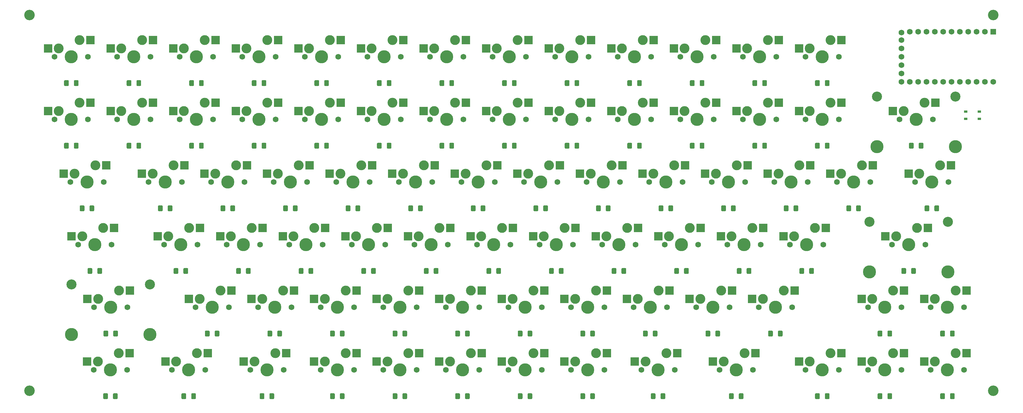
<source format=gbr>
G04 #@! TF.GenerationSoftware,KiCad,Pcbnew,(5.1.6)-1*
G04 #@! TF.CreationDate,2020-08-27T21:51:50+09:00*
G04 #@! TF.ProjectId,keyboard-layouter-playground,6b657962-6f61-4726-942d-6c61796f7574,rev?*
G04 #@! TF.SameCoordinates,Original*
G04 #@! TF.FileFunction,Soldermask,Bot*
G04 #@! TF.FilePolarity,Negative*
%FSLAX46Y46*%
G04 Gerber Fmt 4.6, Leading zero omitted, Abs format (unit mm)*
G04 Created by KiCad (PCBNEW (5.1.6)-1) date 2020-08-27 21:51:50*
%MOMM*%
%LPD*%
G01*
G04 APERTURE LIST*
%ADD10R,1.050000X0.650000*%
%ADD11C,3.000000*%
%ADD12C,3.987800*%
%ADD13C,1.750000*%
%ADD14R,2.550000X2.500000*%
%ADD15C,3.200000*%
%ADD16C,3.048000*%
%ADD17C,1.752600*%
%ADD18R,1.752600X1.752600*%
G04 APERTURE END LIST*
D10*
G04 #@! TO.C,SW_RST1*
X276395000Y-16705000D03*
X272245000Y-16705000D03*
X276395000Y-18855000D03*
X272245000Y-18855000D03*
G04 #@! TD*
D11*
G04 #@! TO.C,SW69*
X269240000Y-71120000D03*
D12*
X266700000Y-76200000D03*
D11*
X262890000Y-73660000D03*
D13*
X261620000Y-76200000D03*
X271780000Y-76200000D03*
D14*
X259615000Y-73660000D03*
X272542000Y-71120000D03*
G04 #@! TD*
D15*
G04 #@! TO.C,H4*
X280670000Y12700000D03*
G04 #@! TD*
G04 #@! TO.C,H3*
X280670000Y-101600000D03*
G04 #@! TD*
G04 #@! TO.C,H2*
X-12700000Y12700000D03*
G04 #@! TD*
G04 #@! TO.C,H1*
X-12700000Y-101600000D03*
G04 #@! TD*
G04 #@! TO.C,D69*
G36*
G01*
X264500000Y-84825000D02*
X264500000Y-83575000D01*
G75*
G02*
X264750000Y-83325000I250000J0D01*
G01*
X265675000Y-83325000D01*
G75*
G02*
X265925000Y-83575000I0J-250000D01*
G01*
X265925000Y-84825000D01*
G75*
G02*
X265675000Y-85075000I-250000J0D01*
G01*
X264750000Y-85075000D01*
G75*
G02*
X264500000Y-84825000I0J250000D01*
G01*
G37*
G36*
G01*
X267475000Y-84825000D02*
X267475000Y-83575000D01*
G75*
G02*
X267725000Y-83325000I250000J0D01*
G01*
X268650000Y-83325000D01*
G75*
G02*
X268900000Y-83575000I0J-250000D01*
G01*
X268900000Y-84825000D01*
G75*
G02*
X268650000Y-85075000I-250000J0D01*
G01*
X267725000Y-85075000D01*
G75*
G02*
X267475000Y-84825000I0J250000D01*
G01*
G37*
G04 #@! TD*
D14*
G04 #@! TO.C,SW8*
X139192000Y5080000D03*
X126265000Y2540000D03*
D13*
X138430000Y0D03*
X128270000Y0D03*
D11*
X129540000Y2540000D03*
D12*
X133350000Y0D03*
D11*
X135890000Y5080000D03*
G04 #@! TD*
G04 #@! TO.C,SW45*
X150177500Y-52070000D03*
D12*
X147637500Y-57150000D03*
D11*
X143827500Y-54610000D03*
D13*
X142557500Y-57150000D03*
X152717500Y-57150000D03*
D14*
X140552500Y-54610000D03*
X153479500Y-52070000D03*
G04 #@! TD*
D11*
G04 #@! TO.C,SW43*
X112077500Y-52070000D03*
D12*
X109537500Y-57150000D03*
D11*
X105727500Y-54610000D03*
D13*
X104457500Y-57150000D03*
X114617500Y-57150000D03*
D14*
X102452500Y-54610000D03*
X115379500Y-52070000D03*
G04 #@! TD*
G04 #@! TO.C,SW104*
X184435500Y-90170000D03*
X171508500Y-92710000D03*
D13*
X183673500Y-95250000D03*
X173513500Y-95250000D03*
D11*
X174783500Y-92710000D03*
D12*
X178593500Y-95250000D03*
D11*
X181133500Y-90170000D03*
G04 #@! TD*
D14*
G04 #@! TO.C,SW202*
X267780000Y-33020000D03*
X254853000Y-35560000D03*
D13*
X267018000Y-38100000D03*
X256858000Y-38100000D03*
D11*
X258128000Y-35560000D03*
D12*
X261938000Y-38100000D03*
D11*
X264478000Y-33020000D03*
G04 #@! TD*
D14*
G04 #@! TO.C,SW101*
X17748000Y-90170000D03*
X4821000Y-92710000D03*
D13*
X16986000Y-95250000D03*
X6826000Y-95250000D03*
D11*
X8096000Y-92710000D03*
D12*
X11906000Y-95250000D03*
D11*
X14446000Y-90170000D03*
G04 #@! TD*
D14*
G04 #@! TO.C,SW102*
X41560500Y-90170000D03*
X28633500Y-92710000D03*
D13*
X40798500Y-95250000D03*
X30638500Y-95250000D03*
D11*
X31908500Y-92710000D03*
D12*
X35718500Y-95250000D03*
D11*
X38258500Y-90170000D03*
G04 #@! TD*
D12*
G04 #@! TO.C,SW602*
X42600Y-84455000D03*
X23918600Y-84455000D03*
D16*
X42600Y-69215000D03*
X23918600Y-69215000D03*
D14*
X17822600Y-71120000D03*
X4895600Y-73660000D03*
D13*
X17060600Y-76200000D03*
X6900600Y-76200000D03*
D11*
X8170600Y-73660000D03*
D12*
X11980600Y-76200000D03*
D11*
X14520600Y-71120000D03*
G04 #@! TD*
G04 #@! TO.C,SW105*
X204946000Y-90170000D03*
D12*
X202406000Y-95250000D03*
D11*
X198596000Y-92710000D03*
D13*
X197326000Y-95250000D03*
X207486000Y-95250000D03*
D14*
X195321000Y-92710000D03*
X208248000Y-90170000D03*
G04 #@! TD*
D11*
G04 #@! TO.C,SW201*
X7303000Y-33020000D03*
D12*
X4763000Y-38100000D03*
D11*
X953000Y-35560000D03*
D13*
X-317000Y-38100000D03*
X9843000Y-38100000D03*
D14*
X-2322000Y-35560000D03*
X10605000Y-33020000D03*
G04 #@! TD*
D12*
G04 #@! TO.C,SW401*
X245237000Y-27305000D03*
X269113000Y-27305000D03*
D16*
X245237000Y-12065000D03*
X269113000Y-12065000D03*
D14*
X263017000Y-13970000D03*
X250090000Y-16510000D03*
D13*
X262255000Y-19050000D03*
X252095000Y-19050000D03*
D11*
X253365000Y-16510000D03*
D12*
X257175000Y-19050000D03*
D11*
X259715000Y-13970000D03*
G04 #@! TD*
G04 #@! TO.C,SW601*
X257408100Y-52070000D03*
D12*
X254868100Y-57150000D03*
D11*
X251058100Y-54610000D03*
D13*
X249788100Y-57150000D03*
X259948100Y-57150000D03*
D14*
X247783100Y-54610000D03*
X260710100Y-52070000D03*
D16*
X266806100Y-50165000D03*
X242930100Y-50165000D03*
D12*
X266806100Y-65405000D03*
X242930100Y-65405000D03*
G04 #@! TD*
D11*
G04 #@! TO.C,SW103*
X62071000Y-90170000D03*
D12*
X59531000Y-95250000D03*
D11*
X55721000Y-92710000D03*
D13*
X54451000Y-95250000D03*
X64611000Y-95250000D03*
D14*
X52446000Y-92710000D03*
X65373000Y-90170000D03*
G04 #@! TD*
G04 #@! TO.C,D38*
G36*
G01*
X235925000Y-46725000D02*
X235925000Y-45475000D01*
G75*
G02*
X236175000Y-45225000I250000J0D01*
G01*
X237100000Y-45225000D01*
G75*
G02*
X237350000Y-45475000I0J-250000D01*
G01*
X237350000Y-46725000D01*
G75*
G02*
X237100000Y-46975000I-250000J0D01*
G01*
X236175000Y-46975000D01*
G75*
G02*
X235925000Y-46725000I0J250000D01*
G01*
G37*
G36*
G01*
X238900000Y-46725000D02*
X238900000Y-45475000D01*
G75*
G02*
X239150000Y-45225000I250000J0D01*
G01*
X240075000Y-45225000D01*
G75*
G02*
X240325000Y-45475000I0J-250000D01*
G01*
X240325000Y-46725000D01*
G75*
G02*
X240075000Y-46975000I-250000J0D01*
G01*
X239150000Y-46975000D01*
G75*
G02*
X238900000Y-46725000I0J250000D01*
G01*
G37*
G04 #@! TD*
G04 #@! TO.C,D40*
G36*
G01*
X53162500Y-65775000D02*
X53162500Y-64525000D01*
G75*
G02*
X53412500Y-64275000I250000J0D01*
G01*
X54337500Y-64275000D01*
G75*
G02*
X54587500Y-64525000I0J-250000D01*
G01*
X54587500Y-65775000D01*
G75*
G02*
X54337500Y-66025000I-250000J0D01*
G01*
X53412500Y-66025000D01*
G75*
G02*
X53162500Y-65775000I0J250000D01*
G01*
G37*
G36*
G01*
X50187500Y-65775000D02*
X50187500Y-64525000D01*
G75*
G02*
X50437500Y-64275000I250000J0D01*
G01*
X51362500Y-64275000D01*
G75*
G02*
X51612500Y-64525000I0J-250000D01*
G01*
X51612500Y-65775000D01*
G75*
G02*
X51362500Y-66025000I-250000J0D01*
G01*
X50437500Y-66025000D01*
G75*
G02*
X50187500Y-65775000I0J250000D01*
G01*
G37*
G04 #@! TD*
G04 #@! TO.C,D19*
G36*
G01*
X96025000Y-27675000D02*
X96025000Y-26425000D01*
G75*
G02*
X96275000Y-26175000I250000J0D01*
G01*
X97200000Y-26175000D01*
G75*
G02*
X97450000Y-26425000I0J-250000D01*
G01*
X97450000Y-27675000D01*
G75*
G02*
X97200000Y-27925000I-250000J0D01*
G01*
X96275000Y-27925000D01*
G75*
G02*
X96025000Y-27675000I0J250000D01*
G01*
G37*
G36*
G01*
X93050000Y-27675000D02*
X93050000Y-26425000D01*
G75*
G02*
X93300000Y-26175000I250000J0D01*
G01*
X94225000Y-26175000D01*
G75*
G02*
X94475000Y-26425000I0J-250000D01*
G01*
X94475000Y-27675000D01*
G75*
G02*
X94225000Y-27925000I-250000J0D01*
G01*
X93300000Y-27925000D01*
G75*
G02*
X93050000Y-27675000I0J250000D01*
G01*
G37*
G04 #@! TD*
G04 #@! TO.C,D26*
G36*
G01*
X226400000Y-27675000D02*
X226400000Y-26425000D01*
G75*
G02*
X226650000Y-26175000I250000J0D01*
G01*
X227575000Y-26175000D01*
G75*
G02*
X227825000Y-26425000I0J-250000D01*
G01*
X227825000Y-27675000D01*
G75*
G02*
X227575000Y-27925000I-250000J0D01*
G01*
X226650000Y-27925000D01*
G75*
G02*
X226400000Y-27675000I0J250000D01*
G01*
G37*
G36*
G01*
X229375000Y-27675000D02*
X229375000Y-26425000D01*
G75*
G02*
X229625000Y-26175000I250000J0D01*
G01*
X230550000Y-26175000D01*
G75*
G02*
X230800000Y-26425000I0J-250000D01*
G01*
X230800000Y-27675000D01*
G75*
G02*
X230550000Y-27925000I-250000J0D01*
G01*
X229625000Y-27925000D01*
G75*
G02*
X229375000Y-27675000I0J250000D01*
G01*
G37*
G04 #@! TD*
G04 #@! TO.C,D31*
G36*
G01*
X105550000Y-46725000D02*
X105550000Y-45475000D01*
G75*
G02*
X105800000Y-45225000I250000J0D01*
G01*
X106725000Y-45225000D01*
G75*
G02*
X106975000Y-45475000I0J-250000D01*
G01*
X106975000Y-46725000D01*
G75*
G02*
X106725000Y-46975000I-250000J0D01*
G01*
X105800000Y-46975000D01*
G75*
G02*
X105550000Y-46725000I0J250000D01*
G01*
G37*
G36*
G01*
X102575000Y-46725000D02*
X102575000Y-45475000D01*
G75*
G02*
X102825000Y-45225000I250000J0D01*
G01*
X103750000Y-45225000D01*
G75*
G02*
X104000000Y-45475000I0J-250000D01*
G01*
X104000000Y-46725000D01*
G75*
G02*
X103750000Y-46975000I-250000J0D01*
G01*
X102825000Y-46975000D01*
G75*
G02*
X102575000Y-46725000I0J250000D01*
G01*
G37*
G04 #@! TD*
G04 #@! TO.C,D32*
G36*
G01*
X124600000Y-46725000D02*
X124600000Y-45475000D01*
G75*
G02*
X124850000Y-45225000I250000J0D01*
G01*
X125775000Y-45225000D01*
G75*
G02*
X126025000Y-45475000I0J-250000D01*
G01*
X126025000Y-46725000D01*
G75*
G02*
X125775000Y-46975000I-250000J0D01*
G01*
X124850000Y-46975000D01*
G75*
G02*
X124600000Y-46725000I0J250000D01*
G01*
G37*
G36*
G01*
X121625000Y-46725000D02*
X121625000Y-45475000D01*
G75*
G02*
X121875000Y-45225000I250000J0D01*
G01*
X122800000Y-45225000D01*
G75*
G02*
X123050000Y-45475000I0J-250000D01*
G01*
X123050000Y-46725000D01*
G75*
G02*
X122800000Y-46975000I-250000J0D01*
G01*
X121875000Y-46975000D01*
G75*
G02*
X121625000Y-46725000I0J250000D01*
G01*
G37*
G04 #@! TD*
G04 #@! TO.C,D15*
G36*
G01*
X16850000Y-27675000D02*
X16850000Y-26425000D01*
G75*
G02*
X17100000Y-26175000I250000J0D01*
G01*
X18025000Y-26175000D01*
G75*
G02*
X18275000Y-26425000I0J-250000D01*
G01*
X18275000Y-27675000D01*
G75*
G02*
X18025000Y-27925000I-250000J0D01*
G01*
X17100000Y-27925000D01*
G75*
G02*
X16850000Y-27675000I0J250000D01*
G01*
G37*
G36*
G01*
X19825000Y-27675000D02*
X19825000Y-26425000D01*
G75*
G02*
X20075000Y-26175000I250000J0D01*
G01*
X21000000Y-26175000D01*
G75*
G02*
X21250000Y-26425000I0J-250000D01*
G01*
X21250000Y-27675000D01*
G75*
G02*
X21000000Y-27925000I-250000J0D01*
G01*
X20075000Y-27925000D01*
G75*
G02*
X19825000Y-27675000I0J250000D01*
G01*
G37*
G04 #@! TD*
G04 #@! TO.C,D16*
G36*
G01*
X35900000Y-27675000D02*
X35900000Y-26425000D01*
G75*
G02*
X36150000Y-26175000I250000J0D01*
G01*
X37075000Y-26175000D01*
G75*
G02*
X37325000Y-26425000I0J-250000D01*
G01*
X37325000Y-27675000D01*
G75*
G02*
X37075000Y-27925000I-250000J0D01*
G01*
X36150000Y-27925000D01*
G75*
G02*
X35900000Y-27675000I0J250000D01*
G01*
G37*
G36*
G01*
X38875000Y-27675000D02*
X38875000Y-26425000D01*
G75*
G02*
X39125000Y-26175000I250000J0D01*
G01*
X40050000Y-26175000D01*
G75*
G02*
X40300000Y-26425000I0J-250000D01*
G01*
X40300000Y-27675000D01*
G75*
G02*
X40050000Y-27925000I-250000J0D01*
G01*
X39125000Y-27925000D01*
G75*
G02*
X38875000Y-27675000I0J250000D01*
G01*
G37*
G04 #@! TD*
G04 #@! TO.C,D35*
G36*
G01*
X178775000Y-46725000D02*
X178775000Y-45475000D01*
G75*
G02*
X179025000Y-45225000I250000J0D01*
G01*
X179950000Y-45225000D01*
G75*
G02*
X180200000Y-45475000I0J-250000D01*
G01*
X180200000Y-46725000D01*
G75*
G02*
X179950000Y-46975000I-250000J0D01*
G01*
X179025000Y-46975000D01*
G75*
G02*
X178775000Y-46725000I0J250000D01*
G01*
G37*
G36*
G01*
X181750000Y-46725000D02*
X181750000Y-45475000D01*
G75*
G02*
X182000000Y-45225000I250000J0D01*
G01*
X182925000Y-45225000D01*
G75*
G02*
X183175000Y-45475000I0J-250000D01*
G01*
X183175000Y-46725000D01*
G75*
G02*
X182925000Y-46975000I-250000J0D01*
G01*
X182000000Y-46975000D01*
G75*
G02*
X181750000Y-46725000I0J250000D01*
G01*
G37*
G04 #@! TD*
G04 #@! TO.C,D30*
G36*
G01*
X86500000Y-46725000D02*
X86500000Y-45475000D01*
G75*
G02*
X86750000Y-45225000I250000J0D01*
G01*
X87675000Y-45225000D01*
G75*
G02*
X87925000Y-45475000I0J-250000D01*
G01*
X87925000Y-46725000D01*
G75*
G02*
X87675000Y-46975000I-250000J0D01*
G01*
X86750000Y-46975000D01*
G75*
G02*
X86500000Y-46725000I0J250000D01*
G01*
G37*
G36*
G01*
X83525000Y-46725000D02*
X83525000Y-45475000D01*
G75*
G02*
X83775000Y-45225000I250000J0D01*
G01*
X84700000Y-45225000D01*
G75*
G02*
X84950000Y-45475000I0J-250000D01*
G01*
X84950000Y-46725000D01*
G75*
G02*
X84700000Y-46975000I-250000J0D01*
G01*
X83775000Y-46975000D01*
G75*
G02*
X83525000Y-46725000I0J250000D01*
G01*
G37*
G04 #@! TD*
G04 #@! TO.C,D36*
G36*
G01*
X197825000Y-46725000D02*
X197825000Y-45475000D01*
G75*
G02*
X198075000Y-45225000I250000J0D01*
G01*
X199000000Y-45225000D01*
G75*
G02*
X199250000Y-45475000I0J-250000D01*
G01*
X199250000Y-46725000D01*
G75*
G02*
X199000000Y-46975000I-250000J0D01*
G01*
X198075000Y-46975000D01*
G75*
G02*
X197825000Y-46725000I0J250000D01*
G01*
G37*
G36*
G01*
X200800000Y-46725000D02*
X200800000Y-45475000D01*
G75*
G02*
X201050000Y-45225000I250000J0D01*
G01*
X201975000Y-45225000D01*
G75*
G02*
X202225000Y-45475000I0J-250000D01*
G01*
X202225000Y-46725000D01*
G75*
G02*
X201975000Y-46975000I-250000J0D01*
G01*
X201050000Y-46975000D01*
G75*
G02*
X200800000Y-46725000I0J250000D01*
G01*
G37*
G04 #@! TD*
G04 #@! TO.C,D12*
G36*
G01*
X210325000Y-8625000D02*
X210325000Y-7375000D01*
G75*
G02*
X210575000Y-7125000I250000J0D01*
G01*
X211500000Y-7125000D01*
G75*
G02*
X211750000Y-7375000I0J-250000D01*
G01*
X211750000Y-8625000D01*
G75*
G02*
X211500000Y-8875000I-250000J0D01*
G01*
X210575000Y-8875000D01*
G75*
G02*
X210325000Y-8625000I0J250000D01*
G01*
G37*
G36*
G01*
X207350000Y-8625000D02*
X207350000Y-7375000D01*
G75*
G02*
X207600000Y-7125000I250000J0D01*
G01*
X208525000Y-7125000D01*
G75*
G02*
X208775000Y-7375000I0J-250000D01*
G01*
X208775000Y-8625000D01*
G75*
G02*
X208525000Y-8875000I-250000J0D01*
G01*
X207600000Y-8875000D01*
G75*
G02*
X207350000Y-8625000I0J250000D01*
G01*
G37*
G04 #@! TD*
G04 #@! TO.C,D14*
G36*
G01*
X775000Y-27675000D02*
X775000Y-26425000D01*
G75*
G02*
X1025000Y-26175000I250000J0D01*
G01*
X1950000Y-26175000D01*
G75*
G02*
X2200000Y-26425000I0J-250000D01*
G01*
X2200000Y-27675000D01*
G75*
G02*
X1950000Y-27925000I-250000J0D01*
G01*
X1025000Y-27925000D01*
G75*
G02*
X775000Y-27675000I0J250000D01*
G01*
G37*
G36*
G01*
X-2200000Y-27675000D02*
X-2200000Y-26425000D01*
G75*
G02*
X-1950000Y-26175000I250000J0D01*
G01*
X-1025000Y-26175000D01*
G75*
G02*
X-775000Y-26425000I0J-250000D01*
G01*
X-775000Y-27675000D01*
G75*
G02*
X-1025000Y-27925000I-250000J0D01*
G01*
X-1950000Y-27925000D01*
G75*
G02*
X-2200000Y-27675000I0J250000D01*
G01*
G37*
G04 #@! TD*
G04 #@! TO.C,D17*
G36*
G01*
X54950000Y-27675000D02*
X54950000Y-26425000D01*
G75*
G02*
X55200000Y-26175000I250000J0D01*
G01*
X56125000Y-26175000D01*
G75*
G02*
X56375000Y-26425000I0J-250000D01*
G01*
X56375000Y-27675000D01*
G75*
G02*
X56125000Y-27925000I-250000J0D01*
G01*
X55200000Y-27925000D01*
G75*
G02*
X54950000Y-27675000I0J250000D01*
G01*
G37*
G36*
G01*
X57925000Y-27675000D02*
X57925000Y-26425000D01*
G75*
G02*
X58175000Y-26175000I250000J0D01*
G01*
X59100000Y-26175000D01*
G75*
G02*
X59350000Y-26425000I0J-250000D01*
G01*
X59350000Y-27675000D01*
G75*
G02*
X59100000Y-27925000I-250000J0D01*
G01*
X58175000Y-27925000D01*
G75*
G02*
X57925000Y-27675000I0J250000D01*
G01*
G37*
G04 #@! TD*
G04 #@! TO.C,D13*
G36*
G01*
X226400000Y-8625000D02*
X226400000Y-7375000D01*
G75*
G02*
X226650000Y-7125000I250000J0D01*
G01*
X227575000Y-7125000D01*
G75*
G02*
X227825000Y-7375000I0J-250000D01*
G01*
X227825000Y-8625000D01*
G75*
G02*
X227575000Y-8875000I-250000J0D01*
G01*
X226650000Y-8875000D01*
G75*
G02*
X226400000Y-8625000I0J250000D01*
G01*
G37*
G36*
G01*
X229375000Y-8625000D02*
X229375000Y-7375000D01*
G75*
G02*
X229625000Y-7125000I250000J0D01*
G01*
X230550000Y-7125000D01*
G75*
G02*
X230800000Y-7375000I0J-250000D01*
G01*
X230800000Y-8625000D01*
G75*
G02*
X230550000Y-8875000I-250000J0D01*
G01*
X229625000Y-8875000D01*
G75*
G02*
X229375000Y-8625000I0J250000D01*
G01*
G37*
G04 #@! TD*
G04 #@! TO.C,D18*
G36*
G01*
X74000000Y-27675000D02*
X74000000Y-26425000D01*
G75*
G02*
X74250000Y-26175000I250000J0D01*
G01*
X75175000Y-26175000D01*
G75*
G02*
X75425000Y-26425000I0J-250000D01*
G01*
X75425000Y-27675000D01*
G75*
G02*
X75175000Y-27925000I-250000J0D01*
G01*
X74250000Y-27925000D01*
G75*
G02*
X74000000Y-27675000I0J250000D01*
G01*
G37*
G36*
G01*
X76975000Y-27675000D02*
X76975000Y-26425000D01*
G75*
G02*
X77225000Y-26175000I250000J0D01*
G01*
X78150000Y-26175000D01*
G75*
G02*
X78400000Y-26425000I0J-250000D01*
G01*
X78400000Y-27675000D01*
G75*
G02*
X78150000Y-27925000I-250000J0D01*
G01*
X77225000Y-27925000D01*
G75*
G02*
X76975000Y-27675000I0J250000D01*
G01*
G37*
G04 #@! TD*
G04 #@! TO.C,D21*
G36*
G01*
X131150000Y-27675000D02*
X131150000Y-26425000D01*
G75*
G02*
X131400000Y-26175000I250000J0D01*
G01*
X132325000Y-26175000D01*
G75*
G02*
X132575000Y-26425000I0J-250000D01*
G01*
X132575000Y-27675000D01*
G75*
G02*
X132325000Y-27925000I-250000J0D01*
G01*
X131400000Y-27925000D01*
G75*
G02*
X131150000Y-27675000I0J250000D01*
G01*
G37*
G36*
G01*
X134125000Y-27675000D02*
X134125000Y-26425000D01*
G75*
G02*
X134375000Y-26175000I250000J0D01*
G01*
X135300000Y-26175000D01*
G75*
G02*
X135550000Y-26425000I0J-250000D01*
G01*
X135550000Y-27675000D01*
G75*
G02*
X135300000Y-27925000I-250000J0D01*
G01*
X134375000Y-27925000D01*
G75*
G02*
X134125000Y-27675000I0J250000D01*
G01*
G37*
G04 #@! TD*
G04 #@! TO.C,D23*
G36*
G01*
X169250000Y-27675000D02*
X169250000Y-26425000D01*
G75*
G02*
X169500000Y-26175000I250000J0D01*
G01*
X170425000Y-26175000D01*
G75*
G02*
X170675000Y-26425000I0J-250000D01*
G01*
X170675000Y-27675000D01*
G75*
G02*
X170425000Y-27925000I-250000J0D01*
G01*
X169500000Y-27925000D01*
G75*
G02*
X169250000Y-27675000I0J250000D01*
G01*
G37*
G36*
G01*
X172225000Y-27675000D02*
X172225000Y-26425000D01*
G75*
G02*
X172475000Y-26175000I250000J0D01*
G01*
X173400000Y-26175000D01*
G75*
G02*
X173650000Y-26425000I0J-250000D01*
G01*
X173650000Y-27675000D01*
G75*
G02*
X173400000Y-27925000I-250000J0D01*
G01*
X172475000Y-27925000D01*
G75*
G02*
X172225000Y-27675000I0J250000D01*
G01*
G37*
G04 #@! TD*
G04 #@! TO.C,D27*
G36*
G01*
X29350000Y-46725000D02*
X29350000Y-45475000D01*
G75*
G02*
X29600000Y-45225000I250000J0D01*
G01*
X30525000Y-45225000D01*
G75*
G02*
X30775000Y-45475000I0J-250000D01*
G01*
X30775000Y-46725000D01*
G75*
G02*
X30525000Y-46975000I-250000J0D01*
G01*
X29600000Y-46975000D01*
G75*
G02*
X29350000Y-46725000I0J250000D01*
G01*
G37*
G36*
G01*
X26375000Y-46725000D02*
X26375000Y-45475000D01*
G75*
G02*
X26625000Y-45225000I250000J0D01*
G01*
X27550000Y-45225000D01*
G75*
G02*
X27800000Y-45475000I0J-250000D01*
G01*
X27800000Y-46725000D01*
G75*
G02*
X27550000Y-46975000I-250000J0D01*
G01*
X26625000Y-46975000D01*
G75*
G02*
X26375000Y-46725000I0J250000D01*
G01*
G37*
G04 #@! TD*
G04 #@! TO.C,D28*
G36*
G01*
X48400000Y-46725000D02*
X48400000Y-45475000D01*
G75*
G02*
X48650000Y-45225000I250000J0D01*
G01*
X49575000Y-45225000D01*
G75*
G02*
X49825000Y-45475000I0J-250000D01*
G01*
X49825000Y-46725000D01*
G75*
G02*
X49575000Y-46975000I-250000J0D01*
G01*
X48650000Y-46975000D01*
G75*
G02*
X48400000Y-46725000I0J250000D01*
G01*
G37*
G36*
G01*
X45425000Y-46725000D02*
X45425000Y-45475000D01*
G75*
G02*
X45675000Y-45225000I250000J0D01*
G01*
X46600000Y-45225000D01*
G75*
G02*
X46850000Y-45475000I0J-250000D01*
G01*
X46850000Y-46725000D01*
G75*
G02*
X46600000Y-46975000I-250000J0D01*
G01*
X45675000Y-46975000D01*
G75*
G02*
X45425000Y-46725000I0J250000D01*
G01*
G37*
G04 #@! TD*
G04 #@! TO.C,D22*
G36*
G01*
X150200000Y-27675000D02*
X150200000Y-26425000D01*
G75*
G02*
X150450000Y-26175000I250000J0D01*
G01*
X151375000Y-26175000D01*
G75*
G02*
X151625000Y-26425000I0J-250000D01*
G01*
X151625000Y-27675000D01*
G75*
G02*
X151375000Y-27925000I-250000J0D01*
G01*
X150450000Y-27925000D01*
G75*
G02*
X150200000Y-27675000I0J250000D01*
G01*
G37*
G36*
G01*
X153175000Y-27675000D02*
X153175000Y-26425000D01*
G75*
G02*
X153425000Y-26175000I250000J0D01*
G01*
X154350000Y-26175000D01*
G75*
G02*
X154600000Y-26425000I0J-250000D01*
G01*
X154600000Y-27675000D01*
G75*
G02*
X154350000Y-27925000I-250000J0D01*
G01*
X153425000Y-27925000D01*
G75*
G02*
X153175000Y-27675000I0J250000D01*
G01*
G37*
G04 #@! TD*
G04 #@! TO.C,D29*
G36*
G01*
X67450000Y-46725000D02*
X67450000Y-45475000D01*
G75*
G02*
X67700000Y-45225000I250000J0D01*
G01*
X68625000Y-45225000D01*
G75*
G02*
X68875000Y-45475000I0J-250000D01*
G01*
X68875000Y-46725000D01*
G75*
G02*
X68625000Y-46975000I-250000J0D01*
G01*
X67700000Y-46975000D01*
G75*
G02*
X67450000Y-46725000I0J250000D01*
G01*
G37*
G36*
G01*
X64475000Y-46725000D02*
X64475000Y-45475000D01*
G75*
G02*
X64725000Y-45225000I250000J0D01*
G01*
X65650000Y-45225000D01*
G75*
G02*
X65900000Y-45475000I0J-250000D01*
G01*
X65900000Y-46725000D01*
G75*
G02*
X65650000Y-46975000I-250000J0D01*
G01*
X64725000Y-46975000D01*
G75*
G02*
X64475000Y-46725000I0J250000D01*
G01*
G37*
G04 #@! TD*
G04 #@! TO.C,D25*
G36*
G01*
X207350000Y-27675000D02*
X207350000Y-26425000D01*
G75*
G02*
X207600000Y-26175000I250000J0D01*
G01*
X208525000Y-26175000D01*
G75*
G02*
X208775000Y-26425000I0J-250000D01*
G01*
X208775000Y-27675000D01*
G75*
G02*
X208525000Y-27925000I-250000J0D01*
G01*
X207600000Y-27925000D01*
G75*
G02*
X207350000Y-27675000I0J250000D01*
G01*
G37*
G36*
G01*
X210325000Y-27675000D02*
X210325000Y-26425000D01*
G75*
G02*
X210575000Y-26175000I250000J0D01*
G01*
X211500000Y-26175000D01*
G75*
G02*
X211750000Y-26425000I0J-250000D01*
G01*
X211750000Y-27675000D01*
G75*
G02*
X211500000Y-27925000I-250000J0D01*
G01*
X210575000Y-27925000D01*
G75*
G02*
X210325000Y-27675000I0J250000D01*
G01*
G37*
G04 #@! TD*
G04 #@! TO.C,D33*
G36*
G01*
X140675000Y-46725000D02*
X140675000Y-45475000D01*
G75*
G02*
X140925000Y-45225000I250000J0D01*
G01*
X141850000Y-45225000D01*
G75*
G02*
X142100000Y-45475000I0J-250000D01*
G01*
X142100000Y-46725000D01*
G75*
G02*
X141850000Y-46975000I-250000J0D01*
G01*
X140925000Y-46975000D01*
G75*
G02*
X140675000Y-46725000I0J250000D01*
G01*
G37*
G36*
G01*
X143650000Y-46725000D02*
X143650000Y-45475000D01*
G75*
G02*
X143900000Y-45225000I250000J0D01*
G01*
X144825000Y-45225000D01*
G75*
G02*
X145075000Y-45475000I0J-250000D01*
G01*
X145075000Y-46725000D01*
G75*
G02*
X144825000Y-46975000I-250000J0D01*
G01*
X143900000Y-46975000D01*
G75*
G02*
X143650000Y-46725000I0J250000D01*
G01*
G37*
G04 #@! TD*
G04 #@! TO.C,D20*
G36*
G01*
X112100000Y-27675000D02*
X112100000Y-26425000D01*
G75*
G02*
X112350000Y-26175000I250000J0D01*
G01*
X113275000Y-26175000D01*
G75*
G02*
X113525000Y-26425000I0J-250000D01*
G01*
X113525000Y-27675000D01*
G75*
G02*
X113275000Y-27925000I-250000J0D01*
G01*
X112350000Y-27925000D01*
G75*
G02*
X112100000Y-27675000I0J250000D01*
G01*
G37*
G36*
G01*
X115075000Y-27675000D02*
X115075000Y-26425000D01*
G75*
G02*
X115325000Y-26175000I250000J0D01*
G01*
X116250000Y-26175000D01*
G75*
G02*
X116500000Y-26425000I0J-250000D01*
G01*
X116500000Y-27675000D01*
G75*
G02*
X116250000Y-27925000I-250000J0D01*
G01*
X115325000Y-27925000D01*
G75*
G02*
X115075000Y-27675000I0J250000D01*
G01*
G37*
G04 #@! TD*
G04 #@! TO.C,D34*
G36*
G01*
X162700000Y-46725000D02*
X162700000Y-45475000D01*
G75*
G02*
X162950000Y-45225000I250000J0D01*
G01*
X163875000Y-45225000D01*
G75*
G02*
X164125000Y-45475000I0J-250000D01*
G01*
X164125000Y-46725000D01*
G75*
G02*
X163875000Y-46975000I-250000J0D01*
G01*
X162950000Y-46975000D01*
G75*
G02*
X162700000Y-46725000I0J250000D01*
G01*
G37*
G36*
G01*
X159725000Y-46725000D02*
X159725000Y-45475000D01*
G75*
G02*
X159975000Y-45225000I250000J0D01*
G01*
X160900000Y-45225000D01*
G75*
G02*
X161150000Y-45475000I0J-250000D01*
G01*
X161150000Y-46725000D01*
G75*
G02*
X160900000Y-46975000I-250000J0D01*
G01*
X159975000Y-46975000D01*
G75*
G02*
X159725000Y-46725000I0J250000D01*
G01*
G37*
G04 #@! TD*
G04 #@! TO.C,D37*
G36*
G01*
X216875000Y-46725000D02*
X216875000Y-45475000D01*
G75*
G02*
X217125000Y-45225000I250000J0D01*
G01*
X218050000Y-45225000D01*
G75*
G02*
X218300000Y-45475000I0J-250000D01*
G01*
X218300000Y-46725000D01*
G75*
G02*
X218050000Y-46975000I-250000J0D01*
G01*
X217125000Y-46975000D01*
G75*
G02*
X216875000Y-46725000I0J250000D01*
G01*
G37*
G36*
G01*
X219850000Y-46725000D02*
X219850000Y-45475000D01*
G75*
G02*
X220100000Y-45225000I250000J0D01*
G01*
X221025000Y-45225000D01*
G75*
G02*
X221275000Y-45475000I0J-250000D01*
G01*
X221275000Y-46725000D01*
G75*
G02*
X221025000Y-46975000I-250000J0D01*
G01*
X220100000Y-46975000D01*
G75*
G02*
X219850000Y-46725000I0J250000D01*
G01*
G37*
G04 #@! TD*
G04 #@! TO.C,D24*
G36*
G01*
X188300000Y-27675000D02*
X188300000Y-26425000D01*
G75*
G02*
X188550000Y-26175000I250000J0D01*
G01*
X189475000Y-26175000D01*
G75*
G02*
X189725000Y-26425000I0J-250000D01*
G01*
X189725000Y-27675000D01*
G75*
G02*
X189475000Y-27925000I-250000J0D01*
G01*
X188550000Y-27925000D01*
G75*
G02*
X188300000Y-27675000I0J250000D01*
G01*
G37*
G36*
G01*
X191275000Y-27675000D02*
X191275000Y-26425000D01*
G75*
G02*
X191525000Y-26175000I250000J0D01*
G01*
X192450000Y-26175000D01*
G75*
G02*
X192700000Y-26425000I0J-250000D01*
G01*
X192700000Y-27675000D01*
G75*
G02*
X192450000Y-27925000I-250000J0D01*
G01*
X191525000Y-27925000D01*
G75*
G02*
X191275000Y-27675000I0J250000D01*
G01*
G37*
G04 #@! TD*
G04 #@! TO.C,D39*
G36*
G01*
X31137500Y-65775000D02*
X31137500Y-64525000D01*
G75*
G02*
X31387500Y-64275000I250000J0D01*
G01*
X32312500Y-64275000D01*
G75*
G02*
X32562500Y-64525000I0J-250000D01*
G01*
X32562500Y-65775000D01*
G75*
G02*
X32312500Y-66025000I-250000J0D01*
G01*
X31387500Y-66025000D01*
G75*
G02*
X31137500Y-65775000I0J250000D01*
G01*
G37*
G36*
G01*
X34112500Y-65775000D02*
X34112500Y-64525000D01*
G75*
G02*
X34362500Y-64275000I250000J0D01*
G01*
X35287500Y-64275000D01*
G75*
G02*
X35537500Y-64525000I0J-250000D01*
G01*
X35537500Y-65775000D01*
G75*
G02*
X35287500Y-66025000I-250000J0D01*
G01*
X34362500Y-66025000D01*
G75*
G02*
X34112500Y-65775000I0J250000D01*
G01*
G37*
G04 #@! TD*
G04 #@! TO.C,D42*
G36*
G01*
X88287500Y-65775000D02*
X88287500Y-64525000D01*
G75*
G02*
X88537500Y-64275000I250000J0D01*
G01*
X89462500Y-64275000D01*
G75*
G02*
X89712500Y-64525000I0J-250000D01*
G01*
X89712500Y-65775000D01*
G75*
G02*
X89462500Y-66025000I-250000J0D01*
G01*
X88537500Y-66025000D01*
G75*
G02*
X88287500Y-65775000I0J250000D01*
G01*
G37*
G36*
G01*
X91262500Y-65775000D02*
X91262500Y-64525000D01*
G75*
G02*
X91512500Y-64275000I250000J0D01*
G01*
X92437500Y-64275000D01*
G75*
G02*
X92687500Y-64525000I0J-250000D01*
G01*
X92687500Y-65775000D01*
G75*
G02*
X92437500Y-66025000I-250000J0D01*
G01*
X91512500Y-66025000D01*
G75*
G02*
X91262500Y-65775000I0J250000D01*
G01*
G37*
G04 #@! TD*
G04 #@! TO.C,D50*
G36*
G01*
X43637500Y-84825000D02*
X43637500Y-83575000D01*
G75*
G02*
X43887500Y-83325000I250000J0D01*
G01*
X44812500Y-83325000D01*
G75*
G02*
X45062500Y-83575000I0J-250000D01*
G01*
X45062500Y-84825000D01*
G75*
G02*
X44812500Y-85075000I-250000J0D01*
G01*
X43887500Y-85075000D01*
G75*
G02*
X43637500Y-84825000I0J250000D01*
G01*
G37*
G36*
G01*
X40662500Y-84825000D02*
X40662500Y-83575000D01*
G75*
G02*
X40912500Y-83325000I250000J0D01*
G01*
X41837500Y-83325000D01*
G75*
G02*
X42087500Y-83575000I0J-250000D01*
G01*
X42087500Y-84825000D01*
G75*
G02*
X41837500Y-85075000I-250000J0D01*
G01*
X40912500Y-85075000D01*
G75*
G02*
X40662500Y-84825000I0J250000D01*
G01*
G37*
G04 #@! TD*
G04 #@! TO.C,D51*
G36*
G01*
X62687500Y-84825000D02*
X62687500Y-83575000D01*
G75*
G02*
X62937500Y-83325000I250000J0D01*
G01*
X63862500Y-83325000D01*
G75*
G02*
X64112500Y-83575000I0J-250000D01*
G01*
X64112500Y-84825000D01*
G75*
G02*
X63862500Y-85075000I-250000J0D01*
G01*
X62937500Y-85075000D01*
G75*
G02*
X62687500Y-84825000I0J250000D01*
G01*
G37*
G36*
G01*
X59712500Y-84825000D02*
X59712500Y-83575000D01*
G75*
G02*
X59962500Y-83325000I250000J0D01*
G01*
X60887500Y-83325000D01*
G75*
G02*
X61137500Y-83575000I0J-250000D01*
G01*
X61137500Y-84825000D01*
G75*
G02*
X60887500Y-85075000I-250000J0D01*
G01*
X59962500Y-85075000D01*
G75*
G02*
X59712500Y-84825000I0J250000D01*
G01*
G37*
G04 #@! TD*
G04 #@! TO.C,D59*
G36*
G01*
X215087500Y-84825000D02*
X215087500Y-83575000D01*
G75*
G02*
X215337500Y-83325000I250000J0D01*
G01*
X216262500Y-83325000D01*
G75*
G02*
X216512500Y-83575000I0J-250000D01*
G01*
X216512500Y-84825000D01*
G75*
G02*
X216262500Y-85075000I-250000J0D01*
G01*
X215337500Y-85075000D01*
G75*
G02*
X215087500Y-84825000I0J250000D01*
G01*
G37*
G36*
G01*
X212112500Y-84825000D02*
X212112500Y-83575000D01*
G75*
G02*
X212362500Y-83325000I250000J0D01*
G01*
X213287500Y-83325000D01*
G75*
G02*
X213537500Y-83575000I0J-250000D01*
G01*
X213537500Y-84825000D01*
G75*
G02*
X213287500Y-85075000I-250000J0D01*
G01*
X212362500Y-85075000D01*
G75*
G02*
X212112500Y-84825000I0J250000D01*
G01*
G37*
G04 #@! TD*
G04 #@! TO.C,D63*
G36*
G01*
X135912500Y-103875000D02*
X135912500Y-102625000D01*
G75*
G02*
X136162500Y-102375000I250000J0D01*
G01*
X137087500Y-102375000D01*
G75*
G02*
X137337500Y-102625000I0J-250000D01*
G01*
X137337500Y-103875000D01*
G75*
G02*
X137087500Y-104125000I-250000J0D01*
G01*
X136162500Y-104125000D01*
G75*
G02*
X135912500Y-103875000I0J250000D01*
G01*
G37*
G36*
G01*
X138887500Y-103875000D02*
X138887500Y-102625000D01*
G75*
G02*
X139137500Y-102375000I250000J0D01*
G01*
X140062500Y-102375000D01*
G75*
G02*
X140312500Y-102625000I0J-250000D01*
G01*
X140312500Y-103875000D01*
G75*
G02*
X140062500Y-104125000I-250000J0D01*
G01*
X139137500Y-104125000D01*
G75*
G02*
X138887500Y-103875000I0J250000D01*
G01*
G37*
G04 #@! TD*
G04 #@! TO.C,D43*
G36*
G01*
X107337500Y-65775000D02*
X107337500Y-64525000D01*
G75*
G02*
X107587500Y-64275000I250000J0D01*
G01*
X108512500Y-64275000D01*
G75*
G02*
X108762500Y-64525000I0J-250000D01*
G01*
X108762500Y-65775000D01*
G75*
G02*
X108512500Y-66025000I-250000J0D01*
G01*
X107587500Y-66025000D01*
G75*
G02*
X107337500Y-65775000I0J250000D01*
G01*
G37*
G36*
G01*
X110312500Y-65775000D02*
X110312500Y-64525000D01*
G75*
G02*
X110562500Y-64275000I250000J0D01*
G01*
X111487500Y-64275000D01*
G75*
G02*
X111737500Y-64525000I0J-250000D01*
G01*
X111737500Y-65775000D01*
G75*
G02*
X111487500Y-66025000I-250000J0D01*
G01*
X110562500Y-66025000D01*
G75*
G02*
X110312500Y-65775000I0J250000D01*
G01*
G37*
G04 #@! TD*
G04 #@! TO.C,D44*
G36*
G01*
X126387500Y-65775000D02*
X126387500Y-64525000D01*
G75*
G02*
X126637500Y-64275000I250000J0D01*
G01*
X127562500Y-64275000D01*
G75*
G02*
X127812500Y-64525000I0J-250000D01*
G01*
X127812500Y-65775000D01*
G75*
G02*
X127562500Y-66025000I-250000J0D01*
G01*
X126637500Y-66025000D01*
G75*
G02*
X126387500Y-65775000I0J250000D01*
G01*
G37*
G36*
G01*
X129362500Y-65775000D02*
X129362500Y-64525000D01*
G75*
G02*
X129612500Y-64275000I250000J0D01*
G01*
X130537500Y-64275000D01*
G75*
G02*
X130787500Y-64525000I0J-250000D01*
G01*
X130787500Y-65775000D01*
G75*
G02*
X130537500Y-66025000I-250000J0D01*
G01*
X129612500Y-66025000D01*
G75*
G02*
X129362500Y-65775000I0J250000D01*
G01*
G37*
G04 #@! TD*
G04 #@! TO.C,D64*
G36*
G01*
X154962500Y-103875000D02*
X154962500Y-102625000D01*
G75*
G02*
X155212500Y-102375000I250000J0D01*
G01*
X156137500Y-102375000D01*
G75*
G02*
X156387500Y-102625000I0J-250000D01*
G01*
X156387500Y-103875000D01*
G75*
G02*
X156137500Y-104125000I-250000J0D01*
G01*
X155212500Y-104125000D01*
G75*
G02*
X154962500Y-103875000I0J250000D01*
G01*
G37*
G36*
G01*
X157937500Y-103875000D02*
X157937500Y-102625000D01*
G75*
G02*
X158187500Y-102375000I250000J0D01*
G01*
X159112500Y-102375000D01*
G75*
G02*
X159362500Y-102625000I0J-250000D01*
G01*
X159362500Y-103875000D01*
G75*
G02*
X159112500Y-104125000I-250000J0D01*
G01*
X158187500Y-104125000D01*
G75*
G02*
X157937500Y-103875000I0J250000D01*
G01*
G37*
G04 #@! TD*
G04 #@! TO.C,D65*
G36*
G01*
X248425000Y-84825000D02*
X248425000Y-83575000D01*
G75*
G02*
X248675000Y-83325000I250000J0D01*
G01*
X249600000Y-83325000D01*
G75*
G02*
X249850000Y-83575000I0J-250000D01*
G01*
X249850000Y-84825000D01*
G75*
G02*
X249600000Y-85075000I-250000J0D01*
G01*
X248675000Y-85075000D01*
G75*
G02*
X248425000Y-84825000I0J250000D01*
G01*
G37*
G36*
G01*
X245450000Y-84825000D02*
X245450000Y-83575000D01*
G75*
G02*
X245700000Y-83325000I250000J0D01*
G01*
X246625000Y-83325000D01*
G75*
G02*
X246875000Y-83575000I0J-250000D01*
G01*
X246875000Y-84825000D01*
G75*
G02*
X246625000Y-85075000I-250000J0D01*
G01*
X245700000Y-85075000D01*
G75*
G02*
X245450000Y-84825000I0J250000D01*
G01*
G37*
G04 #@! TD*
G04 #@! TO.C,D48*
G36*
G01*
X205562500Y-65775000D02*
X205562500Y-64525000D01*
G75*
G02*
X205812500Y-64275000I250000J0D01*
G01*
X206737500Y-64275000D01*
G75*
G02*
X206987500Y-64525000I0J-250000D01*
G01*
X206987500Y-65775000D01*
G75*
G02*
X206737500Y-66025000I-250000J0D01*
G01*
X205812500Y-66025000D01*
G75*
G02*
X205562500Y-65775000I0J250000D01*
G01*
G37*
G36*
G01*
X202587500Y-65775000D02*
X202587500Y-64525000D01*
G75*
G02*
X202837500Y-64275000I250000J0D01*
G01*
X203762500Y-64275000D01*
G75*
G02*
X204012500Y-64525000I0J-250000D01*
G01*
X204012500Y-65775000D01*
G75*
G02*
X203762500Y-66025000I-250000J0D01*
G01*
X202837500Y-66025000D01*
G75*
G02*
X202587500Y-65775000I0J250000D01*
G01*
G37*
G04 #@! TD*
G04 #@! TO.C,D61*
G36*
G01*
X97812500Y-103875000D02*
X97812500Y-102625000D01*
G75*
G02*
X98062500Y-102375000I250000J0D01*
G01*
X98987500Y-102375000D01*
G75*
G02*
X99237500Y-102625000I0J-250000D01*
G01*
X99237500Y-103875000D01*
G75*
G02*
X98987500Y-104125000I-250000J0D01*
G01*
X98062500Y-104125000D01*
G75*
G02*
X97812500Y-103875000I0J250000D01*
G01*
G37*
G36*
G01*
X100787500Y-103875000D02*
X100787500Y-102625000D01*
G75*
G02*
X101037500Y-102375000I250000J0D01*
G01*
X101962500Y-102375000D01*
G75*
G02*
X102212500Y-102625000I0J-250000D01*
G01*
X102212500Y-103875000D01*
G75*
G02*
X101962500Y-104125000I-250000J0D01*
G01*
X101037500Y-104125000D01*
G75*
G02*
X100787500Y-103875000I0J250000D01*
G01*
G37*
G04 #@! TD*
G04 #@! TO.C,D62*
G36*
G01*
X116862500Y-103875000D02*
X116862500Y-102625000D01*
G75*
G02*
X117112500Y-102375000I250000J0D01*
G01*
X118037500Y-102375000D01*
G75*
G02*
X118287500Y-102625000I0J-250000D01*
G01*
X118287500Y-103875000D01*
G75*
G02*
X118037500Y-104125000I-250000J0D01*
G01*
X117112500Y-104125000D01*
G75*
G02*
X116862500Y-103875000I0J250000D01*
G01*
G37*
G36*
G01*
X119837500Y-103875000D02*
X119837500Y-102625000D01*
G75*
G02*
X120087500Y-102375000I250000J0D01*
G01*
X121012500Y-102375000D01*
G75*
G02*
X121262500Y-102625000I0J-250000D01*
G01*
X121262500Y-103875000D01*
G75*
G02*
X121012500Y-104125000I-250000J0D01*
G01*
X120087500Y-104125000D01*
G75*
G02*
X119837500Y-103875000I0J250000D01*
G01*
G37*
G04 #@! TD*
G04 #@! TO.C,D66*
G36*
G01*
X229375000Y-103875000D02*
X229375000Y-102625000D01*
G75*
G02*
X229625000Y-102375000I250000J0D01*
G01*
X230550000Y-102375000D01*
G75*
G02*
X230800000Y-102625000I0J-250000D01*
G01*
X230800000Y-103875000D01*
G75*
G02*
X230550000Y-104125000I-250000J0D01*
G01*
X229625000Y-104125000D01*
G75*
G02*
X229375000Y-103875000I0J250000D01*
G01*
G37*
G36*
G01*
X226400000Y-103875000D02*
X226400000Y-102625000D01*
G75*
G02*
X226650000Y-102375000I250000J0D01*
G01*
X227575000Y-102375000D01*
G75*
G02*
X227825000Y-102625000I0J-250000D01*
G01*
X227825000Y-103875000D01*
G75*
G02*
X227575000Y-104125000I-250000J0D01*
G01*
X226650000Y-104125000D01*
G75*
G02*
X226400000Y-103875000I0J250000D01*
G01*
G37*
G04 #@! TD*
G04 #@! TO.C,D60*
G36*
G01*
X81737500Y-103875000D02*
X81737500Y-102625000D01*
G75*
G02*
X81987500Y-102375000I250000J0D01*
G01*
X82912500Y-102375000D01*
G75*
G02*
X83162500Y-102625000I0J-250000D01*
G01*
X83162500Y-103875000D01*
G75*
G02*
X82912500Y-104125000I-250000J0D01*
G01*
X81987500Y-104125000D01*
G75*
G02*
X81737500Y-103875000I0J250000D01*
G01*
G37*
G36*
G01*
X78762500Y-103875000D02*
X78762500Y-102625000D01*
G75*
G02*
X79012500Y-102375000I250000J0D01*
G01*
X79937500Y-102375000D01*
G75*
G02*
X80187500Y-102625000I0J-250000D01*
G01*
X80187500Y-103875000D01*
G75*
G02*
X79937500Y-104125000I-250000J0D01*
G01*
X79012500Y-104125000D01*
G75*
G02*
X78762500Y-103875000I0J250000D01*
G01*
G37*
G04 #@! TD*
G04 #@! TO.C,D67*
G36*
G01*
X248425000Y-103875000D02*
X248425000Y-102625000D01*
G75*
G02*
X248675000Y-102375000I250000J0D01*
G01*
X249600000Y-102375000D01*
G75*
G02*
X249850000Y-102625000I0J-250000D01*
G01*
X249850000Y-103875000D01*
G75*
G02*
X249600000Y-104125000I-250000J0D01*
G01*
X248675000Y-104125000D01*
G75*
G02*
X248425000Y-103875000I0J250000D01*
G01*
G37*
G36*
G01*
X245450000Y-103875000D02*
X245450000Y-102625000D01*
G75*
G02*
X245700000Y-102375000I250000J0D01*
G01*
X246625000Y-102375000D01*
G75*
G02*
X246875000Y-102625000I0J-250000D01*
G01*
X246875000Y-103875000D01*
G75*
G02*
X246625000Y-104125000I-250000J0D01*
G01*
X245700000Y-104125000D01*
G75*
G02*
X245450000Y-103875000I0J250000D01*
G01*
G37*
G04 #@! TD*
G04 #@! TO.C,D56*
G36*
G01*
X154962500Y-84825000D02*
X154962500Y-83575000D01*
G75*
G02*
X155212500Y-83325000I250000J0D01*
G01*
X156137500Y-83325000D01*
G75*
G02*
X156387500Y-83575000I0J-250000D01*
G01*
X156387500Y-84825000D01*
G75*
G02*
X156137500Y-85075000I-250000J0D01*
G01*
X155212500Y-85075000D01*
G75*
G02*
X154962500Y-84825000I0J250000D01*
G01*
G37*
G36*
G01*
X157937500Y-84825000D02*
X157937500Y-83575000D01*
G75*
G02*
X158187500Y-83325000I250000J0D01*
G01*
X159112500Y-83325000D01*
G75*
G02*
X159362500Y-83575000I0J-250000D01*
G01*
X159362500Y-84825000D01*
G75*
G02*
X159112500Y-85075000I-250000J0D01*
G01*
X158187500Y-85075000D01*
G75*
G02*
X157937500Y-84825000I0J250000D01*
G01*
G37*
G04 #@! TD*
G04 #@! TO.C,D45*
G36*
G01*
X145437500Y-65775000D02*
X145437500Y-64525000D01*
G75*
G02*
X145687500Y-64275000I250000J0D01*
G01*
X146612500Y-64275000D01*
G75*
G02*
X146862500Y-64525000I0J-250000D01*
G01*
X146862500Y-65775000D01*
G75*
G02*
X146612500Y-66025000I-250000J0D01*
G01*
X145687500Y-66025000D01*
G75*
G02*
X145437500Y-65775000I0J250000D01*
G01*
G37*
G36*
G01*
X148412500Y-65775000D02*
X148412500Y-64525000D01*
G75*
G02*
X148662500Y-64275000I250000J0D01*
G01*
X149587500Y-64275000D01*
G75*
G02*
X149837500Y-64525000I0J-250000D01*
G01*
X149837500Y-65775000D01*
G75*
G02*
X149587500Y-66025000I-250000J0D01*
G01*
X148662500Y-66025000D01*
G75*
G02*
X148412500Y-65775000I0J250000D01*
G01*
G37*
G04 #@! TD*
G04 #@! TO.C,D58*
G36*
G01*
X193062500Y-84825000D02*
X193062500Y-83575000D01*
G75*
G02*
X193312500Y-83325000I250000J0D01*
G01*
X194237500Y-83325000D01*
G75*
G02*
X194487500Y-83575000I0J-250000D01*
G01*
X194487500Y-84825000D01*
G75*
G02*
X194237500Y-85075000I-250000J0D01*
G01*
X193312500Y-85075000D01*
G75*
G02*
X193062500Y-84825000I0J250000D01*
G01*
G37*
G36*
G01*
X196037500Y-84825000D02*
X196037500Y-83575000D01*
G75*
G02*
X196287500Y-83325000I250000J0D01*
G01*
X197212500Y-83325000D01*
G75*
G02*
X197462500Y-83575000I0J-250000D01*
G01*
X197462500Y-84825000D01*
G75*
G02*
X197212500Y-85075000I-250000J0D01*
G01*
X196287500Y-85075000D01*
G75*
G02*
X196037500Y-84825000I0J250000D01*
G01*
G37*
G04 #@! TD*
G04 #@! TO.C,D46*
G36*
G01*
X167462500Y-65775000D02*
X167462500Y-64525000D01*
G75*
G02*
X167712500Y-64275000I250000J0D01*
G01*
X168637500Y-64275000D01*
G75*
G02*
X168887500Y-64525000I0J-250000D01*
G01*
X168887500Y-65775000D01*
G75*
G02*
X168637500Y-66025000I-250000J0D01*
G01*
X167712500Y-66025000D01*
G75*
G02*
X167462500Y-65775000I0J250000D01*
G01*
G37*
G36*
G01*
X164487500Y-65775000D02*
X164487500Y-64525000D01*
G75*
G02*
X164737500Y-64275000I250000J0D01*
G01*
X165662500Y-64275000D01*
G75*
G02*
X165912500Y-64525000I0J-250000D01*
G01*
X165912500Y-65775000D01*
G75*
G02*
X165662500Y-66025000I-250000J0D01*
G01*
X164737500Y-66025000D01*
G75*
G02*
X164487500Y-65775000I0J250000D01*
G01*
G37*
G04 #@! TD*
G04 #@! TO.C,D53*
G36*
G01*
X97812500Y-84825000D02*
X97812500Y-83575000D01*
G75*
G02*
X98062500Y-83325000I250000J0D01*
G01*
X98987500Y-83325000D01*
G75*
G02*
X99237500Y-83575000I0J-250000D01*
G01*
X99237500Y-84825000D01*
G75*
G02*
X98987500Y-85075000I-250000J0D01*
G01*
X98062500Y-85075000D01*
G75*
G02*
X97812500Y-84825000I0J250000D01*
G01*
G37*
G36*
G01*
X100787500Y-84825000D02*
X100787500Y-83575000D01*
G75*
G02*
X101037500Y-83325000I250000J0D01*
G01*
X101962500Y-83325000D01*
G75*
G02*
X102212500Y-83575000I0J-250000D01*
G01*
X102212500Y-84825000D01*
G75*
G02*
X101962500Y-85075000I-250000J0D01*
G01*
X101037500Y-85075000D01*
G75*
G02*
X100787500Y-84825000I0J250000D01*
G01*
G37*
G04 #@! TD*
G04 #@! TO.C,D55*
G36*
G01*
X135912500Y-84825000D02*
X135912500Y-83575000D01*
G75*
G02*
X136162500Y-83325000I250000J0D01*
G01*
X137087500Y-83325000D01*
G75*
G02*
X137337500Y-83575000I0J-250000D01*
G01*
X137337500Y-84825000D01*
G75*
G02*
X137087500Y-85075000I-250000J0D01*
G01*
X136162500Y-85075000D01*
G75*
G02*
X135912500Y-84825000I0J250000D01*
G01*
G37*
G36*
G01*
X138887500Y-84825000D02*
X138887500Y-83575000D01*
G75*
G02*
X139137500Y-83325000I250000J0D01*
G01*
X140062500Y-83325000D01*
G75*
G02*
X140312500Y-83575000I0J-250000D01*
G01*
X140312500Y-84825000D01*
G75*
G02*
X140062500Y-85075000I-250000J0D01*
G01*
X139137500Y-85075000D01*
G75*
G02*
X138887500Y-84825000I0J250000D01*
G01*
G37*
G04 #@! TD*
G04 #@! TO.C,D52*
G36*
G01*
X81737500Y-84825000D02*
X81737500Y-83575000D01*
G75*
G02*
X81987500Y-83325000I250000J0D01*
G01*
X82912500Y-83325000D01*
G75*
G02*
X83162500Y-83575000I0J-250000D01*
G01*
X83162500Y-84825000D01*
G75*
G02*
X82912500Y-85075000I-250000J0D01*
G01*
X81987500Y-85075000D01*
G75*
G02*
X81737500Y-84825000I0J250000D01*
G01*
G37*
G36*
G01*
X78762500Y-84825000D02*
X78762500Y-83575000D01*
G75*
G02*
X79012500Y-83325000I250000J0D01*
G01*
X79937500Y-83325000D01*
G75*
G02*
X80187500Y-83575000I0J-250000D01*
G01*
X80187500Y-84825000D01*
G75*
G02*
X79937500Y-85075000I-250000J0D01*
G01*
X79012500Y-85075000D01*
G75*
G02*
X78762500Y-84825000I0J250000D01*
G01*
G37*
G04 #@! TD*
G04 #@! TO.C,D47*
G36*
G01*
X183537500Y-65775000D02*
X183537500Y-64525000D01*
G75*
G02*
X183787500Y-64275000I250000J0D01*
G01*
X184712500Y-64275000D01*
G75*
G02*
X184962500Y-64525000I0J-250000D01*
G01*
X184962500Y-65775000D01*
G75*
G02*
X184712500Y-66025000I-250000J0D01*
G01*
X183787500Y-66025000D01*
G75*
G02*
X183537500Y-65775000I0J250000D01*
G01*
G37*
G36*
G01*
X186512500Y-65775000D02*
X186512500Y-64525000D01*
G75*
G02*
X186762500Y-64275000I250000J0D01*
G01*
X187687500Y-64275000D01*
G75*
G02*
X187937500Y-64525000I0J-250000D01*
G01*
X187937500Y-65775000D01*
G75*
G02*
X187687500Y-66025000I-250000J0D01*
G01*
X186762500Y-66025000D01*
G75*
G02*
X186512500Y-65775000I0J250000D01*
G01*
G37*
G04 #@! TD*
G04 #@! TO.C,D41*
G36*
G01*
X72212500Y-65775000D02*
X72212500Y-64525000D01*
G75*
G02*
X72462500Y-64275000I250000J0D01*
G01*
X73387500Y-64275000D01*
G75*
G02*
X73637500Y-64525000I0J-250000D01*
G01*
X73637500Y-65775000D01*
G75*
G02*
X73387500Y-66025000I-250000J0D01*
G01*
X72462500Y-66025000D01*
G75*
G02*
X72212500Y-65775000I0J250000D01*
G01*
G37*
G36*
G01*
X69237500Y-65775000D02*
X69237500Y-64525000D01*
G75*
G02*
X69487500Y-64275000I250000J0D01*
G01*
X70412500Y-64275000D01*
G75*
G02*
X70662500Y-64525000I0J-250000D01*
G01*
X70662500Y-65775000D01*
G75*
G02*
X70412500Y-66025000I-250000J0D01*
G01*
X69487500Y-66025000D01*
G75*
G02*
X69237500Y-65775000I0J250000D01*
G01*
G37*
G04 #@! TD*
G04 #@! TO.C,D54*
G36*
G01*
X119837500Y-84825000D02*
X119837500Y-83575000D01*
G75*
G02*
X120087500Y-83325000I250000J0D01*
G01*
X121012500Y-83325000D01*
G75*
G02*
X121262500Y-83575000I0J-250000D01*
G01*
X121262500Y-84825000D01*
G75*
G02*
X121012500Y-85075000I-250000J0D01*
G01*
X120087500Y-85075000D01*
G75*
G02*
X119837500Y-84825000I0J250000D01*
G01*
G37*
G36*
G01*
X116862500Y-84825000D02*
X116862500Y-83575000D01*
G75*
G02*
X117112500Y-83325000I250000J0D01*
G01*
X118037500Y-83325000D01*
G75*
G02*
X118287500Y-83575000I0J-250000D01*
G01*
X118287500Y-84825000D01*
G75*
G02*
X118037500Y-85075000I-250000J0D01*
G01*
X117112500Y-85075000D01*
G75*
G02*
X116862500Y-84825000I0J250000D01*
G01*
G37*
G04 #@! TD*
G04 #@! TO.C,D57*
G36*
G01*
X174012500Y-84825000D02*
X174012500Y-83575000D01*
G75*
G02*
X174262500Y-83325000I250000J0D01*
G01*
X175187500Y-83325000D01*
G75*
G02*
X175437500Y-83575000I0J-250000D01*
G01*
X175437500Y-84825000D01*
G75*
G02*
X175187500Y-85075000I-250000J0D01*
G01*
X174262500Y-85075000D01*
G75*
G02*
X174012500Y-84825000I0J250000D01*
G01*
G37*
G36*
G01*
X176987500Y-84825000D02*
X176987500Y-83575000D01*
G75*
G02*
X177237500Y-83325000I250000J0D01*
G01*
X178162500Y-83325000D01*
G75*
G02*
X178412500Y-83575000I0J-250000D01*
G01*
X178412500Y-84825000D01*
G75*
G02*
X178162500Y-85075000I-250000J0D01*
G01*
X177237500Y-85075000D01*
G75*
G02*
X176987500Y-84825000I0J250000D01*
G01*
G37*
G04 #@! TD*
G04 #@! TO.C,D49*
G36*
G01*
X224612500Y-65775000D02*
X224612500Y-64525000D01*
G75*
G02*
X224862500Y-64275000I250000J0D01*
G01*
X225787500Y-64275000D01*
G75*
G02*
X226037500Y-64525000I0J-250000D01*
G01*
X226037500Y-65775000D01*
G75*
G02*
X225787500Y-66025000I-250000J0D01*
G01*
X224862500Y-66025000D01*
G75*
G02*
X224612500Y-65775000I0J250000D01*
G01*
G37*
G36*
G01*
X221637500Y-65775000D02*
X221637500Y-64525000D01*
G75*
G02*
X221887500Y-64275000I250000J0D01*
G01*
X222812500Y-64275000D01*
G75*
G02*
X223062500Y-64525000I0J-250000D01*
G01*
X223062500Y-65775000D01*
G75*
G02*
X222812500Y-66025000I-250000J0D01*
G01*
X221887500Y-66025000D01*
G75*
G02*
X221637500Y-65775000I0J250000D01*
G01*
G37*
G04 #@! TD*
G04 #@! TO.C,D602*
G36*
G01*
X9780600Y-84825000D02*
X9780600Y-83575000D01*
G75*
G02*
X10030600Y-83325000I250000J0D01*
G01*
X10955600Y-83325000D01*
G75*
G02*
X11205600Y-83575000I0J-250000D01*
G01*
X11205600Y-84825000D01*
G75*
G02*
X10955600Y-85075000I-250000J0D01*
G01*
X10030600Y-85075000D01*
G75*
G02*
X9780600Y-84825000I0J250000D01*
G01*
G37*
G36*
G01*
X12755600Y-84825000D02*
X12755600Y-83575000D01*
G75*
G02*
X13005600Y-83325000I250000J0D01*
G01*
X13930600Y-83325000D01*
G75*
G02*
X14180600Y-83575000I0J-250000D01*
G01*
X14180600Y-84825000D01*
G75*
G02*
X13930600Y-85075000I-250000J0D01*
G01*
X13005600Y-85075000D01*
G75*
G02*
X12755600Y-84825000I0J250000D01*
G01*
G37*
G04 #@! TD*
G04 #@! TO.C,D301*
G36*
G01*
X4944000Y-65775000D02*
X4944000Y-64525000D01*
G75*
G02*
X5194000Y-64275000I250000J0D01*
G01*
X6119000Y-64275000D01*
G75*
G02*
X6369000Y-64525000I0J-250000D01*
G01*
X6369000Y-65775000D01*
G75*
G02*
X6119000Y-66025000I-250000J0D01*
G01*
X5194000Y-66025000D01*
G75*
G02*
X4944000Y-65775000I0J250000D01*
G01*
G37*
G36*
G01*
X7919000Y-65775000D02*
X7919000Y-64525000D01*
G75*
G02*
X8169000Y-64275000I250000J0D01*
G01*
X9094000Y-64275000D01*
G75*
G02*
X9344000Y-64525000I0J-250000D01*
G01*
X9344000Y-65775000D01*
G75*
G02*
X9094000Y-66025000I-250000J0D01*
G01*
X8169000Y-66025000D01*
G75*
G02*
X7919000Y-65775000I0J250000D01*
G01*
G37*
G04 #@! TD*
G04 #@! TO.C,D202*
G36*
G01*
X262713000Y-46725000D02*
X262713000Y-45475000D01*
G75*
G02*
X262963000Y-45225000I250000J0D01*
G01*
X263888000Y-45225000D01*
G75*
G02*
X264138000Y-45475000I0J-250000D01*
G01*
X264138000Y-46725000D01*
G75*
G02*
X263888000Y-46975000I-250000J0D01*
G01*
X262963000Y-46975000D01*
G75*
G02*
X262713000Y-46725000I0J250000D01*
G01*
G37*
G36*
G01*
X259738000Y-46725000D02*
X259738000Y-45475000D01*
G75*
G02*
X259988000Y-45225000I250000J0D01*
G01*
X260913000Y-45225000D01*
G75*
G02*
X261163000Y-45475000I0J-250000D01*
G01*
X261163000Y-46725000D01*
G75*
G02*
X260913000Y-46975000I-250000J0D01*
G01*
X259988000Y-46975000D01*
G75*
G02*
X259738000Y-46725000I0J250000D01*
G01*
G37*
G04 #@! TD*
G04 #@! TO.C,D104*
G36*
G01*
X179368500Y-103875000D02*
X179368500Y-102625000D01*
G75*
G02*
X179618500Y-102375000I250000J0D01*
G01*
X180543500Y-102375000D01*
G75*
G02*
X180793500Y-102625000I0J-250000D01*
G01*
X180793500Y-103875000D01*
G75*
G02*
X180543500Y-104125000I-250000J0D01*
G01*
X179618500Y-104125000D01*
G75*
G02*
X179368500Y-103875000I0J250000D01*
G01*
G37*
G36*
G01*
X176393500Y-103875000D02*
X176393500Y-102625000D01*
G75*
G02*
X176643500Y-102375000I250000J0D01*
G01*
X177568500Y-102375000D01*
G75*
G02*
X177818500Y-102625000I0J-250000D01*
G01*
X177818500Y-103875000D01*
G75*
G02*
X177568500Y-104125000I-250000J0D01*
G01*
X176643500Y-104125000D01*
G75*
G02*
X176393500Y-103875000I0J250000D01*
G01*
G37*
G04 #@! TD*
G04 #@! TO.C,D201*
G36*
G01*
X5538000Y-46725000D02*
X5538000Y-45475000D01*
G75*
G02*
X5788000Y-45225000I250000J0D01*
G01*
X6713000Y-45225000D01*
G75*
G02*
X6963000Y-45475000I0J-250000D01*
G01*
X6963000Y-46725000D01*
G75*
G02*
X6713000Y-46975000I-250000J0D01*
G01*
X5788000Y-46975000D01*
G75*
G02*
X5538000Y-46725000I0J250000D01*
G01*
G37*
G36*
G01*
X2563000Y-46725000D02*
X2563000Y-45475000D01*
G75*
G02*
X2813000Y-45225000I250000J0D01*
G01*
X3738000Y-45225000D01*
G75*
G02*
X3988000Y-45475000I0J-250000D01*
G01*
X3988000Y-46725000D01*
G75*
G02*
X3738000Y-46975000I-250000J0D01*
G01*
X2813000Y-46975000D01*
G75*
G02*
X2563000Y-46725000I0J250000D01*
G01*
G37*
G04 #@! TD*
G04 #@! TO.C,D401*
G36*
G01*
X254975000Y-27675000D02*
X254975000Y-26425000D01*
G75*
G02*
X255225000Y-26175000I250000J0D01*
G01*
X256150000Y-26175000D01*
G75*
G02*
X256400000Y-26425000I0J-250000D01*
G01*
X256400000Y-27675000D01*
G75*
G02*
X256150000Y-27925000I-250000J0D01*
G01*
X255225000Y-27925000D01*
G75*
G02*
X254975000Y-27675000I0J250000D01*
G01*
G37*
G36*
G01*
X257950000Y-27675000D02*
X257950000Y-26425000D01*
G75*
G02*
X258200000Y-26175000I250000J0D01*
G01*
X259125000Y-26175000D01*
G75*
G02*
X259375000Y-26425000I0J-250000D01*
G01*
X259375000Y-27675000D01*
G75*
G02*
X259125000Y-27925000I-250000J0D01*
G01*
X258200000Y-27925000D01*
G75*
G02*
X257950000Y-27675000I0J250000D01*
G01*
G37*
G04 #@! TD*
G04 #@! TO.C,D601*
G36*
G01*
X255643100Y-65775000D02*
X255643100Y-64525000D01*
G75*
G02*
X255893100Y-64275000I250000J0D01*
G01*
X256818100Y-64275000D01*
G75*
G02*
X257068100Y-64525000I0J-250000D01*
G01*
X257068100Y-65775000D01*
G75*
G02*
X256818100Y-66025000I-250000J0D01*
G01*
X255893100Y-66025000D01*
G75*
G02*
X255643100Y-65775000I0J250000D01*
G01*
G37*
G36*
G01*
X252668100Y-65775000D02*
X252668100Y-64525000D01*
G75*
G02*
X252918100Y-64275000I250000J0D01*
G01*
X253843100Y-64275000D01*
G75*
G02*
X254093100Y-64525000I0J-250000D01*
G01*
X254093100Y-65775000D01*
G75*
G02*
X253843100Y-66025000I-250000J0D01*
G01*
X252918100Y-66025000D01*
G75*
G02*
X252668100Y-65775000I0J250000D01*
G01*
G37*
G04 #@! TD*
G04 #@! TO.C,D102*
G36*
G01*
X36493500Y-103875000D02*
X36493500Y-102625000D01*
G75*
G02*
X36743500Y-102375000I250000J0D01*
G01*
X37668500Y-102375000D01*
G75*
G02*
X37918500Y-102625000I0J-250000D01*
G01*
X37918500Y-103875000D01*
G75*
G02*
X37668500Y-104125000I-250000J0D01*
G01*
X36743500Y-104125000D01*
G75*
G02*
X36493500Y-103875000I0J250000D01*
G01*
G37*
G36*
G01*
X33518500Y-103875000D02*
X33518500Y-102625000D01*
G75*
G02*
X33768500Y-102375000I250000J0D01*
G01*
X34693500Y-102375000D01*
G75*
G02*
X34943500Y-102625000I0J-250000D01*
G01*
X34943500Y-103875000D01*
G75*
G02*
X34693500Y-104125000I-250000J0D01*
G01*
X33768500Y-104125000D01*
G75*
G02*
X33518500Y-103875000I0J250000D01*
G01*
G37*
G04 #@! TD*
G04 #@! TO.C,D68*
G36*
G01*
X267475000Y-103875000D02*
X267475000Y-102625000D01*
G75*
G02*
X267725000Y-102375000I250000J0D01*
G01*
X268650000Y-102375000D01*
G75*
G02*
X268900000Y-102625000I0J-250000D01*
G01*
X268900000Y-103875000D01*
G75*
G02*
X268650000Y-104125000I-250000J0D01*
G01*
X267725000Y-104125000D01*
G75*
G02*
X267475000Y-103875000I0J250000D01*
G01*
G37*
G36*
G01*
X264500000Y-103875000D02*
X264500000Y-102625000D01*
G75*
G02*
X264750000Y-102375000I250000J0D01*
G01*
X265675000Y-102375000D01*
G75*
G02*
X265925000Y-102625000I0J-250000D01*
G01*
X265925000Y-103875000D01*
G75*
G02*
X265675000Y-104125000I-250000J0D01*
G01*
X264750000Y-104125000D01*
G75*
G02*
X264500000Y-103875000I0J250000D01*
G01*
G37*
G04 #@! TD*
G04 #@! TO.C,D101*
G36*
G01*
X12681000Y-103875000D02*
X12681000Y-102625000D01*
G75*
G02*
X12931000Y-102375000I250000J0D01*
G01*
X13856000Y-102375000D01*
G75*
G02*
X14106000Y-102625000I0J-250000D01*
G01*
X14106000Y-103875000D01*
G75*
G02*
X13856000Y-104125000I-250000J0D01*
G01*
X12931000Y-104125000D01*
G75*
G02*
X12681000Y-103875000I0J250000D01*
G01*
G37*
G36*
G01*
X9706000Y-103875000D02*
X9706000Y-102625000D01*
G75*
G02*
X9956000Y-102375000I250000J0D01*
G01*
X10881000Y-102375000D01*
G75*
G02*
X11131000Y-102625000I0J-250000D01*
G01*
X11131000Y-103875000D01*
G75*
G02*
X10881000Y-104125000I-250000J0D01*
G01*
X9956000Y-104125000D01*
G75*
G02*
X9706000Y-103875000I0J250000D01*
G01*
G37*
G04 #@! TD*
G04 #@! TO.C,D105*
G36*
G01*
X203181000Y-103875000D02*
X203181000Y-102625000D01*
G75*
G02*
X203431000Y-102375000I250000J0D01*
G01*
X204356000Y-102375000D01*
G75*
G02*
X204606000Y-102625000I0J-250000D01*
G01*
X204606000Y-103875000D01*
G75*
G02*
X204356000Y-104125000I-250000J0D01*
G01*
X203431000Y-104125000D01*
G75*
G02*
X203181000Y-103875000I0J250000D01*
G01*
G37*
G36*
G01*
X200206000Y-103875000D02*
X200206000Y-102625000D01*
G75*
G02*
X200456000Y-102375000I250000J0D01*
G01*
X201381000Y-102375000D01*
G75*
G02*
X201631000Y-102625000I0J-250000D01*
G01*
X201631000Y-103875000D01*
G75*
G02*
X201381000Y-104125000I-250000J0D01*
G01*
X200456000Y-104125000D01*
G75*
G02*
X200206000Y-103875000I0J250000D01*
G01*
G37*
G04 #@! TD*
G04 #@! TO.C,D103*
G36*
G01*
X60306000Y-103875000D02*
X60306000Y-102625000D01*
G75*
G02*
X60556000Y-102375000I250000J0D01*
G01*
X61481000Y-102375000D01*
G75*
G02*
X61731000Y-102625000I0J-250000D01*
G01*
X61731000Y-103875000D01*
G75*
G02*
X61481000Y-104125000I-250000J0D01*
G01*
X60556000Y-104125000D01*
G75*
G02*
X60306000Y-103875000I0J250000D01*
G01*
G37*
G36*
G01*
X57331000Y-103875000D02*
X57331000Y-102625000D01*
G75*
G02*
X57581000Y-102375000I250000J0D01*
G01*
X58506000Y-102375000D01*
G75*
G02*
X58756000Y-102625000I0J-250000D01*
G01*
X58756000Y-103875000D01*
G75*
G02*
X58506000Y-104125000I-250000J0D01*
G01*
X57581000Y-104125000D01*
G75*
G02*
X57331000Y-103875000I0J250000D01*
G01*
G37*
G04 #@! TD*
G04 #@! TO.C,D6*
G36*
G01*
X96025000Y-8625000D02*
X96025000Y-7375000D01*
G75*
G02*
X96275000Y-7125000I250000J0D01*
G01*
X97200000Y-7125000D01*
G75*
G02*
X97450000Y-7375000I0J-250000D01*
G01*
X97450000Y-8625000D01*
G75*
G02*
X97200000Y-8875000I-250000J0D01*
G01*
X96275000Y-8875000D01*
G75*
G02*
X96025000Y-8625000I0J250000D01*
G01*
G37*
G36*
G01*
X93050000Y-8625000D02*
X93050000Y-7375000D01*
G75*
G02*
X93300000Y-7125000I250000J0D01*
G01*
X94225000Y-7125000D01*
G75*
G02*
X94475000Y-7375000I0J-250000D01*
G01*
X94475000Y-8625000D01*
G75*
G02*
X94225000Y-8875000I-250000J0D01*
G01*
X93300000Y-8875000D01*
G75*
G02*
X93050000Y-8625000I0J250000D01*
G01*
G37*
G04 #@! TD*
G04 #@! TO.C,D4*
G36*
G01*
X57925000Y-8625000D02*
X57925000Y-7375000D01*
G75*
G02*
X58175000Y-7125000I250000J0D01*
G01*
X59100000Y-7125000D01*
G75*
G02*
X59350000Y-7375000I0J-250000D01*
G01*
X59350000Y-8625000D01*
G75*
G02*
X59100000Y-8875000I-250000J0D01*
G01*
X58175000Y-8875000D01*
G75*
G02*
X57925000Y-8625000I0J250000D01*
G01*
G37*
G36*
G01*
X54950000Y-8625000D02*
X54950000Y-7375000D01*
G75*
G02*
X55200000Y-7125000I250000J0D01*
G01*
X56125000Y-7125000D01*
G75*
G02*
X56375000Y-7375000I0J-250000D01*
G01*
X56375000Y-8625000D01*
G75*
G02*
X56125000Y-8875000I-250000J0D01*
G01*
X55200000Y-8875000D01*
G75*
G02*
X54950000Y-8625000I0J250000D01*
G01*
G37*
G04 #@! TD*
G04 #@! TO.C,D8*
G36*
G01*
X134125000Y-8625000D02*
X134125000Y-7375000D01*
G75*
G02*
X134375000Y-7125000I250000J0D01*
G01*
X135300000Y-7125000D01*
G75*
G02*
X135550000Y-7375000I0J-250000D01*
G01*
X135550000Y-8625000D01*
G75*
G02*
X135300000Y-8875000I-250000J0D01*
G01*
X134375000Y-8875000D01*
G75*
G02*
X134125000Y-8625000I0J250000D01*
G01*
G37*
G36*
G01*
X131150000Y-8625000D02*
X131150000Y-7375000D01*
G75*
G02*
X131400000Y-7125000I250000J0D01*
G01*
X132325000Y-7125000D01*
G75*
G02*
X132575000Y-7375000I0J-250000D01*
G01*
X132575000Y-8625000D01*
G75*
G02*
X132325000Y-8875000I-250000J0D01*
G01*
X131400000Y-8875000D01*
G75*
G02*
X131150000Y-8625000I0J250000D01*
G01*
G37*
G04 #@! TD*
G04 #@! TO.C,D2*
G36*
G01*
X19825000Y-8625000D02*
X19825000Y-7375000D01*
G75*
G02*
X20075000Y-7125000I250000J0D01*
G01*
X21000000Y-7125000D01*
G75*
G02*
X21250000Y-7375000I0J-250000D01*
G01*
X21250000Y-8625000D01*
G75*
G02*
X21000000Y-8875000I-250000J0D01*
G01*
X20075000Y-8875000D01*
G75*
G02*
X19825000Y-8625000I0J250000D01*
G01*
G37*
G36*
G01*
X16850000Y-8625000D02*
X16850000Y-7375000D01*
G75*
G02*
X17100000Y-7125000I250000J0D01*
G01*
X18025000Y-7125000D01*
G75*
G02*
X18275000Y-7375000I0J-250000D01*
G01*
X18275000Y-8625000D01*
G75*
G02*
X18025000Y-8875000I-250000J0D01*
G01*
X17100000Y-8875000D01*
G75*
G02*
X16850000Y-8625000I0J250000D01*
G01*
G37*
G04 #@! TD*
G04 #@! TO.C,D3*
G36*
G01*
X35900000Y-8625000D02*
X35900000Y-7375000D01*
G75*
G02*
X36150000Y-7125000I250000J0D01*
G01*
X37075000Y-7125000D01*
G75*
G02*
X37325000Y-7375000I0J-250000D01*
G01*
X37325000Y-8625000D01*
G75*
G02*
X37075000Y-8875000I-250000J0D01*
G01*
X36150000Y-8875000D01*
G75*
G02*
X35900000Y-8625000I0J250000D01*
G01*
G37*
G36*
G01*
X38875000Y-8625000D02*
X38875000Y-7375000D01*
G75*
G02*
X39125000Y-7125000I250000J0D01*
G01*
X40050000Y-7125000D01*
G75*
G02*
X40300000Y-7375000I0J-250000D01*
G01*
X40300000Y-8625000D01*
G75*
G02*
X40050000Y-8875000I-250000J0D01*
G01*
X39125000Y-8875000D01*
G75*
G02*
X38875000Y-8625000I0J250000D01*
G01*
G37*
G04 #@! TD*
G04 #@! TO.C,D1*
G36*
G01*
X775000Y-8625000D02*
X775000Y-7375000D01*
G75*
G02*
X1025000Y-7125000I250000J0D01*
G01*
X1950000Y-7125000D01*
G75*
G02*
X2200000Y-7375000I0J-250000D01*
G01*
X2200000Y-8625000D01*
G75*
G02*
X1950000Y-8875000I-250000J0D01*
G01*
X1025000Y-8875000D01*
G75*
G02*
X775000Y-8625000I0J250000D01*
G01*
G37*
G36*
G01*
X-2200000Y-8625000D02*
X-2200000Y-7375000D01*
G75*
G02*
X-1950000Y-7125000I250000J0D01*
G01*
X-1025000Y-7125000D01*
G75*
G02*
X-775000Y-7375000I0J-250000D01*
G01*
X-775000Y-8625000D01*
G75*
G02*
X-1025000Y-8875000I-250000J0D01*
G01*
X-1950000Y-8875000D01*
G75*
G02*
X-2200000Y-8625000I0J250000D01*
G01*
G37*
G04 #@! TD*
G04 #@! TO.C,D7*
G36*
G01*
X112100000Y-8625000D02*
X112100000Y-7375000D01*
G75*
G02*
X112350000Y-7125000I250000J0D01*
G01*
X113275000Y-7125000D01*
G75*
G02*
X113525000Y-7375000I0J-250000D01*
G01*
X113525000Y-8625000D01*
G75*
G02*
X113275000Y-8875000I-250000J0D01*
G01*
X112350000Y-8875000D01*
G75*
G02*
X112100000Y-8625000I0J250000D01*
G01*
G37*
G36*
G01*
X115075000Y-8625000D02*
X115075000Y-7375000D01*
G75*
G02*
X115325000Y-7125000I250000J0D01*
G01*
X116250000Y-7125000D01*
G75*
G02*
X116500000Y-7375000I0J-250000D01*
G01*
X116500000Y-8625000D01*
G75*
G02*
X116250000Y-8875000I-250000J0D01*
G01*
X115325000Y-8875000D01*
G75*
G02*
X115075000Y-8625000I0J250000D01*
G01*
G37*
G04 #@! TD*
G04 #@! TO.C,D9*
G36*
G01*
X150200000Y-8625000D02*
X150200000Y-7375000D01*
G75*
G02*
X150450000Y-7125000I250000J0D01*
G01*
X151375000Y-7125000D01*
G75*
G02*
X151625000Y-7375000I0J-250000D01*
G01*
X151625000Y-8625000D01*
G75*
G02*
X151375000Y-8875000I-250000J0D01*
G01*
X150450000Y-8875000D01*
G75*
G02*
X150200000Y-8625000I0J250000D01*
G01*
G37*
G36*
G01*
X153175000Y-8625000D02*
X153175000Y-7375000D01*
G75*
G02*
X153425000Y-7125000I250000J0D01*
G01*
X154350000Y-7125000D01*
G75*
G02*
X154600000Y-7375000I0J-250000D01*
G01*
X154600000Y-8625000D01*
G75*
G02*
X154350000Y-8875000I-250000J0D01*
G01*
X153425000Y-8875000D01*
G75*
G02*
X153175000Y-8625000I0J250000D01*
G01*
G37*
G04 #@! TD*
G04 #@! TO.C,D5*
G36*
G01*
X76975000Y-8625000D02*
X76975000Y-7375000D01*
G75*
G02*
X77225000Y-7125000I250000J0D01*
G01*
X78150000Y-7125000D01*
G75*
G02*
X78400000Y-7375000I0J-250000D01*
G01*
X78400000Y-8625000D01*
G75*
G02*
X78150000Y-8875000I-250000J0D01*
G01*
X77225000Y-8875000D01*
G75*
G02*
X76975000Y-8625000I0J250000D01*
G01*
G37*
G36*
G01*
X74000000Y-8625000D02*
X74000000Y-7375000D01*
G75*
G02*
X74250000Y-7125000I250000J0D01*
G01*
X75175000Y-7125000D01*
G75*
G02*
X75425000Y-7375000I0J-250000D01*
G01*
X75425000Y-8625000D01*
G75*
G02*
X75175000Y-8875000I-250000J0D01*
G01*
X74250000Y-8875000D01*
G75*
G02*
X74000000Y-8625000I0J250000D01*
G01*
G37*
G04 #@! TD*
G04 #@! TO.C,D10*
G36*
G01*
X169250000Y-8625000D02*
X169250000Y-7375000D01*
G75*
G02*
X169500000Y-7125000I250000J0D01*
G01*
X170425000Y-7125000D01*
G75*
G02*
X170675000Y-7375000I0J-250000D01*
G01*
X170675000Y-8625000D01*
G75*
G02*
X170425000Y-8875000I-250000J0D01*
G01*
X169500000Y-8875000D01*
G75*
G02*
X169250000Y-8625000I0J250000D01*
G01*
G37*
G36*
G01*
X172225000Y-8625000D02*
X172225000Y-7375000D01*
G75*
G02*
X172475000Y-7125000I250000J0D01*
G01*
X173400000Y-7125000D01*
G75*
G02*
X173650000Y-7375000I0J-250000D01*
G01*
X173650000Y-8625000D01*
G75*
G02*
X173400000Y-8875000I-250000J0D01*
G01*
X172475000Y-8875000D01*
G75*
G02*
X172225000Y-8625000I0J250000D01*
G01*
G37*
G04 #@! TD*
G04 #@! TO.C,D11*
G36*
G01*
X191275000Y-8625000D02*
X191275000Y-7375000D01*
G75*
G02*
X191525000Y-7125000I250000J0D01*
G01*
X192450000Y-7125000D01*
G75*
G02*
X192700000Y-7375000I0J-250000D01*
G01*
X192700000Y-8625000D01*
G75*
G02*
X192450000Y-8875000I-250000J0D01*
G01*
X191525000Y-8875000D01*
G75*
G02*
X191275000Y-8625000I0J250000D01*
G01*
G37*
G36*
G01*
X188300000Y-8625000D02*
X188300000Y-7375000D01*
G75*
G02*
X188550000Y-7125000I250000J0D01*
G01*
X189475000Y-7125000D01*
G75*
G02*
X189725000Y-7375000I0J-250000D01*
G01*
X189725000Y-8625000D01*
G75*
G02*
X189475000Y-8875000I-250000J0D01*
G01*
X188550000Y-8875000D01*
G75*
G02*
X188300000Y-8625000I0J250000D01*
G01*
G37*
G04 #@! TD*
G04 #@! TO.C,SW18*
X82042000Y-13970000D03*
X69115000Y-16510000D03*
D13*
X81280000Y-19050000D03*
X71120000Y-19050000D03*
D11*
X72390000Y-16510000D03*
D12*
X76200000Y-19050000D03*
D11*
X78740000Y-13970000D03*
G04 #@! TD*
D14*
G04 #@! TO.C,SW21*
X139192000Y-13970000D03*
X126265000Y-16510000D03*
D13*
X138430000Y-19050000D03*
X128270000Y-19050000D03*
D11*
X129540000Y-16510000D03*
D12*
X133350000Y-19050000D03*
D11*
X135890000Y-13970000D03*
G04 #@! TD*
G04 #@! TO.C,SW29*
X69215000Y-33020000D03*
D12*
X66675000Y-38100000D03*
D11*
X62865000Y-35560000D03*
D13*
X61595000Y-38100000D03*
X71755000Y-38100000D03*
D14*
X59590000Y-35560000D03*
X72517000Y-33020000D03*
G04 #@! TD*
D11*
G04 #@! TO.C,SW6*
X97790000Y5080000D03*
D12*
X95250000Y0D03*
D11*
X91440000Y2540000D03*
D13*
X90170000Y0D03*
X100330000Y0D03*
D14*
X88165000Y2540000D03*
X101092000Y5080000D03*
G04 #@! TD*
D11*
G04 #@! TO.C,SW25*
X212090000Y-13970000D03*
D12*
X209550000Y-19050000D03*
D11*
X205740000Y-16510000D03*
D13*
X204470000Y-19050000D03*
X214630000Y-19050000D03*
D14*
X202465000Y-16510000D03*
X215392000Y-13970000D03*
G04 #@! TD*
D11*
G04 #@! TO.C,SW9*
X154940000Y5080000D03*
D12*
X152400000Y0D03*
D11*
X148590000Y2540000D03*
D13*
X147320000Y0D03*
X157480000Y0D03*
D14*
X145315000Y2540000D03*
X158242000Y5080000D03*
G04 #@! TD*
D11*
G04 #@! TO.C,SW12*
X212090000Y5080000D03*
D12*
X209550000Y0D03*
D11*
X205740000Y2540000D03*
D13*
X204470000Y0D03*
X214630000Y0D03*
D14*
X202465000Y2540000D03*
X215392000Y5080000D03*
G04 #@! TD*
D11*
G04 #@! TO.C,SW16*
X40640000Y-13970000D03*
D12*
X38100000Y-19050000D03*
D11*
X34290000Y-16510000D03*
D13*
X33020000Y-19050000D03*
X43180000Y-19050000D03*
D14*
X31015000Y-16510000D03*
X43942000Y-13970000D03*
G04 #@! TD*
D11*
G04 #@! TO.C,SW10*
X173990000Y5080000D03*
D12*
X171450000Y0D03*
D11*
X167640000Y2540000D03*
D13*
X166370000Y0D03*
X176530000Y0D03*
D14*
X164365000Y2540000D03*
X177292000Y5080000D03*
G04 #@! TD*
G04 #@! TO.C,SW20*
X120142000Y-13970000D03*
X107215000Y-16510000D03*
D13*
X119380000Y-19050000D03*
X109220000Y-19050000D03*
D11*
X110490000Y-16510000D03*
D12*
X114300000Y-19050000D03*
D11*
X116840000Y-13970000D03*
G04 #@! TD*
D14*
G04 #@! TO.C,SW2*
X24892000Y5080000D03*
X11965000Y2540000D03*
D13*
X24130000Y0D03*
X13970000Y0D03*
D11*
X15240000Y2540000D03*
D12*
X19050000Y0D03*
D11*
X21590000Y5080000D03*
G04 #@! TD*
D14*
G04 #@! TO.C,SW13*
X234442000Y5080000D03*
X221515000Y2540000D03*
D13*
X233680000Y0D03*
X223520000Y0D03*
D11*
X224790000Y2540000D03*
D12*
X228600000Y0D03*
D11*
X231140000Y5080000D03*
G04 #@! TD*
G04 #@! TO.C,SW22*
X154940000Y-13970000D03*
D12*
X152400000Y-19050000D03*
D11*
X148590000Y-16510000D03*
D13*
X147320000Y-19050000D03*
X157480000Y-19050000D03*
D14*
X145315000Y-16510000D03*
X158242000Y-13970000D03*
G04 #@! TD*
D11*
G04 #@! TO.C,SW23*
X173990000Y-13970000D03*
D12*
X171450000Y-19050000D03*
D11*
X167640000Y-16510000D03*
D13*
X166370000Y-19050000D03*
X176530000Y-19050000D03*
D14*
X164365000Y-16510000D03*
X177292000Y-13970000D03*
G04 #@! TD*
G04 #@! TO.C,SW7*
X120142000Y5080000D03*
X107215000Y2540000D03*
D13*
X119380000Y0D03*
X109220000Y0D03*
D11*
X110490000Y2540000D03*
D12*
X114300000Y0D03*
D11*
X116840000Y5080000D03*
G04 #@! TD*
D14*
G04 #@! TO.C,SW11*
X196342000Y5080000D03*
X183415000Y2540000D03*
D13*
X195580000Y0D03*
X185420000Y0D03*
D11*
X186690000Y2540000D03*
D12*
X190500000Y0D03*
D11*
X193040000Y5080000D03*
G04 #@! TD*
G04 #@! TO.C,SW14*
X2540000Y-13970000D03*
D12*
X0Y-19050000D03*
D11*
X-3810000Y-16510000D03*
D13*
X-5080000Y-19050000D03*
X5080000Y-19050000D03*
D14*
X-7085000Y-16510000D03*
X5842000Y-13970000D03*
G04 #@! TD*
G04 #@! TO.C,SW1*
X5842000Y5080000D03*
X-7085000Y2540000D03*
D13*
X5080000Y0D03*
X-5080000Y0D03*
D11*
X-3810000Y2540000D03*
D12*
X0Y0D03*
D11*
X2540000Y5080000D03*
G04 #@! TD*
G04 #@! TO.C,SW19*
X97790000Y-13970000D03*
D12*
X95250000Y-19050000D03*
D11*
X91440000Y-16510000D03*
D13*
X90170000Y-19050000D03*
X100330000Y-19050000D03*
D14*
X88165000Y-16510000D03*
X101092000Y-13970000D03*
G04 #@! TD*
G04 #@! TO.C,SW4*
X62992000Y5080000D03*
X50065000Y2540000D03*
D13*
X62230000Y0D03*
X52070000Y0D03*
D11*
X53340000Y2540000D03*
D12*
X57150000Y0D03*
D11*
X59690000Y5080000D03*
G04 #@! TD*
G04 #@! TO.C,SW3*
X40640000Y5080000D03*
D12*
X38100000Y0D03*
D11*
X34290000Y2540000D03*
D13*
X33020000Y0D03*
X43180000Y0D03*
D14*
X31015000Y2540000D03*
X43942000Y5080000D03*
G04 #@! TD*
G04 #@! TO.C,SW17*
X62992000Y-13970000D03*
X50065000Y-16510000D03*
D13*
X62230000Y-19050000D03*
X52070000Y-19050000D03*
D11*
X53340000Y-16510000D03*
D12*
X57150000Y-19050000D03*
D11*
X59690000Y-13970000D03*
G04 #@! TD*
D14*
G04 #@! TO.C,SW24*
X196342000Y-13970000D03*
X183415000Y-16510000D03*
D13*
X195580000Y-19050000D03*
X185420000Y-19050000D03*
D11*
X186690000Y-16510000D03*
D12*
X190500000Y-19050000D03*
D11*
X193040000Y-13970000D03*
G04 #@! TD*
D14*
G04 #@! TO.C,SW15*
X24892000Y-13970000D03*
X11965000Y-16510000D03*
D13*
X24130000Y-19050000D03*
X13970000Y-19050000D03*
D11*
X15240000Y-16510000D03*
D12*
X19050000Y-19050000D03*
D11*
X21590000Y-13970000D03*
G04 #@! TD*
G04 #@! TO.C,SW26*
X231140000Y-13970000D03*
D12*
X228600000Y-19050000D03*
D11*
X224790000Y-16510000D03*
D13*
X223520000Y-19050000D03*
X233680000Y-19050000D03*
D14*
X221515000Y-16510000D03*
X234442000Y-13970000D03*
G04 #@! TD*
G04 #@! TO.C,SW5*
X82042000Y5080000D03*
X69115000Y2540000D03*
D13*
X81280000Y0D03*
X71120000Y0D03*
D11*
X72390000Y2540000D03*
D12*
X76200000Y0D03*
D11*
X78740000Y5080000D03*
G04 #@! TD*
D14*
G04 #@! TO.C,SW27*
X34417000Y-33020000D03*
X21490000Y-35560000D03*
D13*
X33655000Y-38100000D03*
X23495000Y-38100000D03*
D11*
X24765000Y-35560000D03*
D12*
X28575000Y-38100000D03*
D11*
X31115000Y-33020000D03*
G04 #@! TD*
D14*
G04 #@! TO.C,SW28*
X53467000Y-33020000D03*
X40540000Y-35560000D03*
D13*
X52705000Y-38100000D03*
X42545000Y-38100000D03*
D11*
X43815000Y-35560000D03*
D12*
X47625000Y-38100000D03*
D11*
X50165000Y-33020000D03*
G04 #@! TD*
G04 #@! TO.C,SW32*
X126365000Y-33020000D03*
D12*
X123825000Y-38100000D03*
D11*
X120015000Y-35560000D03*
D13*
X118745000Y-38100000D03*
X128905000Y-38100000D03*
D14*
X116740000Y-35560000D03*
X129667000Y-33020000D03*
G04 #@! TD*
D11*
G04 #@! TO.C,SW34*
X164465000Y-33020000D03*
D12*
X161925000Y-38100000D03*
D11*
X158115000Y-35560000D03*
D13*
X156845000Y-38100000D03*
X167005000Y-38100000D03*
D14*
X154840000Y-35560000D03*
X167767000Y-33020000D03*
G04 #@! TD*
G04 #@! TO.C,SW41*
X77279500Y-52070000D03*
X64352500Y-54610000D03*
D13*
X76517500Y-57150000D03*
X66357500Y-57150000D03*
D11*
X67627500Y-54610000D03*
D12*
X71437500Y-57150000D03*
D11*
X73977500Y-52070000D03*
G04 #@! TD*
G04 #@! TO.C,SW42*
X93027500Y-52070000D03*
D12*
X90487500Y-57150000D03*
D11*
X86677500Y-54610000D03*
D13*
X85407500Y-57150000D03*
X95567500Y-57150000D03*
D14*
X83402500Y-54610000D03*
X96329500Y-52070000D03*
G04 #@! TD*
D11*
G04 #@! TO.C,SW33*
X145415000Y-33020000D03*
D12*
X142875000Y-38100000D03*
D11*
X139065000Y-35560000D03*
D13*
X137795000Y-38100000D03*
X147955000Y-38100000D03*
D14*
X135790000Y-35560000D03*
X148717000Y-33020000D03*
G04 #@! TD*
G04 #@! TO.C,SW44*
X134429500Y-52070000D03*
X121502500Y-54610000D03*
D13*
X133667500Y-57150000D03*
X123507500Y-57150000D03*
D11*
X124777500Y-54610000D03*
D12*
X128587500Y-57150000D03*
D11*
X131127500Y-52070000D03*
G04 #@! TD*
G04 #@! TO.C,SW36*
X202565000Y-33020000D03*
D12*
X200025000Y-38100000D03*
D11*
X196215000Y-35560000D03*
D13*
X194945000Y-38100000D03*
X205105000Y-38100000D03*
D14*
X192940000Y-35560000D03*
X205867000Y-33020000D03*
G04 #@! TD*
D11*
G04 #@! TO.C,SW47*
X188277500Y-52070000D03*
D12*
X185737500Y-57150000D03*
D11*
X181927500Y-54610000D03*
D13*
X180657500Y-57150000D03*
X190817500Y-57150000D03*
D14*
X178652500Y-54610000D03*
X191579500Y-52070000D03*
G04 #@! TD*
G04 #@! TO.C,SW48*
X210629500Y-52070000D03*
X197702500Y-54610000D03*
D13*
X209867500Y-57150000D03*
X199707500Y-57150000D03*
D11*
X200977500Y-54610000D03*
D12*
X204787500Y-57150000D03*
D11*
X207327500Y-52070000D03*
G04 #@! TD*
D14*
G04 #@! TO.C,SW35*
X186817000Y-33020000D03*
X173890000Y-35560000D03*
D13*
X186055000Y-38100000D03*
X175895000Y-38100000D03*
D11*
X177165000Y-35560000D03*
D12*
X180975000Y-38100000D03*
D11*
X183515000Y-33020000D03*
G04 #@! TD*
G04 #@! TO.C,SW49*
X226377500Y-52070000D03*
D12*
X223837500Y-57150000D03*
D11*
X220027500Y-54610000D03*
D13*
X218757500Y-57150000D03*
X228917500Y-57150000D03*
D14*
X216752500Y-54610000D03*
X229679500Y-52070000D03*
G04 #@! TD*
D11*
G04 #@! TO.C,SW50*
X45402500Y-71120000D03*
D12*
X42862500Y-76200000D03*
D11*
X39052500Y-73660000D03*
D13*
X37782500Y-76200000D03*
X47942500Y-76200000D03*
D14*
X35777500Y-73660000D03*
X48704500Y-71120000D03*
G04 #@! TD*
G04 #@! TO.C,SW51*
X67754500Y-71120000D03*
X54827500Y-73660000D03*
D13*
X66992500Y-76200000D03*
X56832500Y-76200000D03*
D11*
X58102500Y-73660000D03*
D12*
X61912500Y-76200000D03*
D11*
X64452500Y-71120000D03*
G04 #@! TD*
G04 #@! TO.C,SW52*
X83502500Y-71120000D03*
D12*
X80962500Y-76200000D03*
D11*
X77152500Y-73660000D03*
D13*
X75882500Y-76200000D03*
X86042500Y-76200000D03*
D14*
X73877500Y-73660000D03*
X86804500Y-71120000D03*
G04 #@! TD*
G04 #@! TO.C,SW31*
X110617000Y-33020000D03*
X97690000Y-35560000D03*
D13*
X109855000Y-38100000D03*
X99695000Y-38100000D03*
D11*
X100965000Y-35560000D03*
D12*
X104775000Y-38100000D03*
D11*
X107315000Y-33020000D03*
G04 #@! TD*
D14*
G04 #@! TO.C,SW37*
X224917000Y-33020000D03*
X211990000Y-35560000D03*
D13*
X224155000Y-38100000D03*
X213995000Y-38100000D03*
D11*
X215265000Y-35560000D03*
D12*
X219075000Y-38100000D03*
D11*
X221615000Y-33020000D03*
G04 #@! TD*
D14*
G04 #@! TO.C,SW53*
X105854500Y-71120000D03*
X92927500Y-73660000D03*
D13*
X105092500Y-76200000D03*
X94932500Y-76200000D03*
D11*
X96202500Y-73660000D03*
D12*
X100012500Y-76200000D03*
D11*
X102552500Y-71120000D03*
G04 #@! TD*
G04 #@! TO.C,SW30*
X88265000Y-33020000D03*
D12*
X85725000Y-38100000D03*
D11*
X81915000Y-35560000D03*
D13*
X80645000Y-38100000D03*
X90805000Y-38100000D03*
D14*
X78640000Y-35560000D03*
X91567000Y-33020000D03*
G04 #@! TD*
D11*
G04 #@! TO.C,SW40*
X54927500Y-52070000D03*
D12*
X52387500Y-57150000D03*
D11*
X48577500Y-54610000D03*
D13*
X47307500Y-57150000D03*
X57467500Y-57150000D03*
D14*
X45302500Y-54610000D03*
X58229500Y-52070000D03*
G04 #@! TD*
D11*
G04 #@! TO.C,SW38*
X240665000Y-33020000D03*
D12*
X238125000Y-38100000D03*
D11*
X234315000Y-35560000D03*
D13*
X233045000Y-38100000D03*
X243205000Y-38100000D03*
D14*
X231040000Y-35560000D03*
X243967000Y-33020000D03*
G04 #@! TD*
G04 #@! TO.C,SW39*
X39179500Y-52070000D03*
X26252500Y-54610000D03*
D13*
X38417500Y-57150000D03*
X28257500Y-57150000D03*
D11*
X29527500Y-54610000D03*
D12*
X33337500Y-57150000D03*
D11*
X35877500Y-52070000D03*
G04 #@! TD*
D14*
G04 #@! TO.C,SW46*
X172529500Y-52070000D03*
X159602500Y-54610000D03*
D13*
X171767500Y-57150000D03*
X161607500Y-57150000D03*
D11*
X162877500Y-54610000D03*
D12*
X166687500Y-57150000D03*
D11*
X169227500Y-52070000D03*
G04 #@! TD*
D14*
G04 #@! TO.C,SW54*
X124904500Y-71120000D03*
X111977500Y-73660000D03*
D13*
X124142500Y-76200000D03*
X113982500Y-76200000D03*
D11*
X115252500Y-73660000D03*
D12*
X119062500Y-76200000D03*
D11*
X121602500Y-71120000D03*
G04 #@! TD*
G04 #@! TO.C,SW66*
X231140000Y-90170000D03*
D12*
X228600000Y-95250000D03*
D11*
X224790000Y-92710000D03*
D13*
X223520000Y-95250000D03*
X233680000Y-95250000D03*
D14*
X221515000Y-92710000D03*
X234442000Y-90170000D03*
G04 #@! TD*
G04 #@! TO.C,SW65*
X253492000Y-71120000D03*
X240565000Y-73660000D03*
D13*
X252730000Y-76200000D03*
X242570000Y-76200000D03*
D11*
X243840000Y-73660000D03*
D12*
X247650000Y-76200000D03*
D11*
X250190000Y-71120000D03*
G04 #@! TD*
G04 #@! TO.C,SW68*
X269240000Y-90170000D03*
D12*
X266700000Y-95250000D03*
D11*
X262890000Y-92710000D03*
D13*
X261620000Y-95250000D03*
X271780000Y-95250000D03*
D14*
X259615000Y-92710000D03*
X272542000Y-90170000D03*
G04 #@! TD*
D11*
G04 #@! TO.C,SW64*
X159702500Y-90170000D03*
D12*
X157162500Y-95250000D03*
D11*
X153352500Y-92710000D03*
D13*
X152082500Y-95250000D03*
X162242500Y-95250000D03*
D14*
X150077500Y-92710000D03*
X163004500Y-90170000D03*
G04 #@! TD*
G04 #@! TO.C,SW61*
X105854500Y-90170000D03*
X92927500Y-92710000D03*
D13*
X105092500Y-95250000D03*
X94932500Y-95250000D03*
D11*
X96202500Y-92710000D03*
D12*
X100012500Y-95250000D03*
D11*
X102552500Y-90170000D03*
G04 #@! TD*
G04 #@! TO.C,SW57*
X178752500Y-71120000D03*
D12*
X176212500Y-76200000D03*
D11*
X172402500Y-73660000D03*
D13*
X171132500Y-76200000D03*
X181292500Y-76200000D03*
D14*
X169127500Y-73660000D03*
X182054500Y-71120000D03*
G04 #@! TD*
G04 #@! TO.C,SW67*
X253492000Y-90170000D03*
X240565000Y-92710000D03*
D13*
X252730000Y-95250000D03*
X242570000Y-95250000D03*
D11*
X243840000Y-92710000D03*
D12*
X247650000Y-95250000D03*
D11*
X250190000Y-90170000D03*
G04 #@! TD*
D14*
G04 #@! TO.C,SW60*
X86804500Y-90170000D03*
X73877500Y-92710000D03*
D13*
X86042500Y-95250000D03*
X75882500Y-95250000D03*
D11*
X77152500Y-92710000D03*
D12*
X80962500Y-95250000D03*
D11*
X83502500Y-90170000D03*
G04 #@! TD*
D14*
G04 #@! TO.C,SW56*
X163004500Y-71120000D03*
X150077500Y-73660000D03*
D13*
X162242500Y-76200000D03*
X152082500Y-76200000D03*
D11*
X153352500Y-73660000D03*
D12*
X157162500Y-76200000D03*
D11*
X159702500Y-71120000D03*
G04 #@! TD*
D14*
G04 #@! TO.C,SW58*
X201104500Y-71120000D03*
X188177500Y-73660000D03*
D13*
X200342500Y-76200000D03*
X190182500Y-76200000D03*
D11*
X191452500Y-73660000D03*
D12*
X195262500Y-76200000D03*
D11*
X197802500Y-71120000D03*
G04 #@! TD*
G04 #@! TO.C,SW59*
X216852500Y-71120000D03*
D12*
X214312500Y-76200000D03*
D11*
X210502500Y-73660000D03*
D13*
X209232500Y-76200000D03*
X219392500Y-76200000D03*
D14*
X207227500Y-73660000D03*
X220154500Y-71120000D03*
G04 #@! TD*
G04 #@! TO.C,SW63*
X143954500Y-90170000D03*
X131027500Y-92710000D03*
D13*
X143192500Y-95250000D03*
X133032500Y-95250000D03*
D11*
X134302500Y-92710000D03*
D12*
X138112500Y-95250000D03*
D11*
X140652500Y-90170000D03*
G04 #@! TD*
G04 #@! TO.C,SW55*
X140652500Y-71120000D03*
D12*
X138112500Y-76200000D03*
D11*
X134302500Y-73660000D03*
D13*
X133032500Y-76200000D03*
X143192500Y-76200000D03*
D14*
X131027500Y-73660000D03*
X143954500Y-71120000D03*
G04 #@! TD*
D11*
G04 #@! TO.C,SW62*
X121602500Y-90170000D03*
D12*
X119062500Y-95250000D03*
D11*
X115252500Y-92710000D03*
D13*
X113982500Y-95250000D03*
X124142500Y-95250000D03*
D14*
X111977500Y-92710000D03*
X124904500Y-90170000D03*
G04 #@! TD*
G04 #@! TO.C,SW301*
X12986000Y-52070000D03*
X59000Y-54610000D03*
D13*
X12224000Y-57150000D03*
X2064000Y-57150000D03*
D11*
X3334000Y-54610000D03*
D12*
X7144000Y-57150000D03*
D11*
X9684000Y-52070000D03*
G04 #@! TD*
D17*
G04 #@! TO.C,U1*
X252730000Y5080000D03*
X252730000Y2540000D03*
X252730000Y0D03*
X252730000Y-2540000D03*
X252730000Y-5080000D03*
X280670000Y-7620000D03*
X252730000Y7391400D03*
X278130000Y-7620000D03*
X275590000Y-7620000D03*
X273050000Y-7620000D03*
X270510000Y-7620000D03*
X267970000Y-7620000D03*
X265430000Y-7620000D03*
X262890000Y-7620000D03*
X260350000Y-7620000D03*
X257810000Y-7620000D03*
X255270000Y-7620000D03*
X252730000Y-7620000D03*
X255270000Y7620000D03*
X257810000Y7620000D03*
X260350000Y7620000D03*
X262890000Y7620000D03*
X265430000Y7620000D03*
X267970000Y7620000D03*
X270510000Y7620000D03*
X273050000Y7620000D03*
X275590000Y7620000D03*
X278130000Y7620000D03*
D18*
X280670000Y7620000D03*
G04 #@! TD*
M02*

</source>
